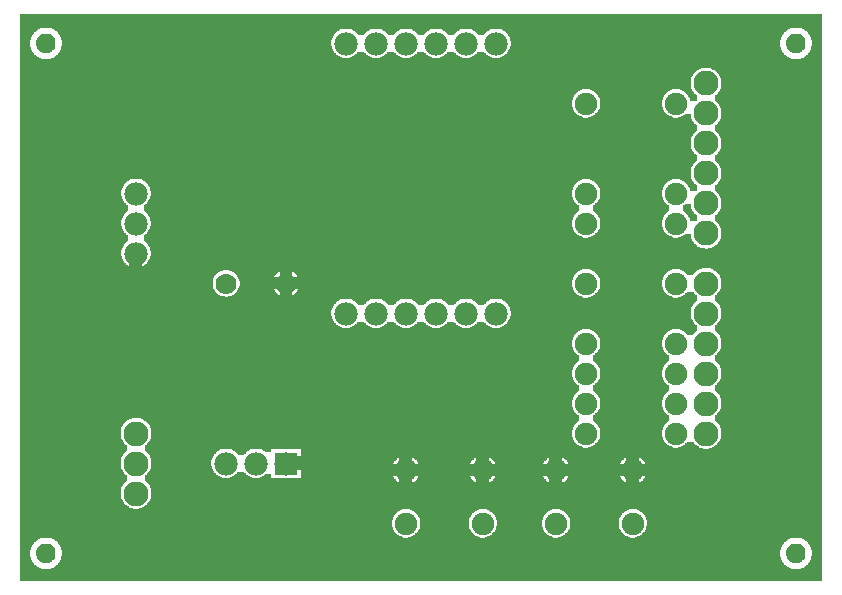
<source format=gtl>
G04 MADE WITH FRITZING*
G04 WWW.FRITZING.ORG*
G04 DOUBLE SIDED*
G04 HOLES PLATED*
G04 CONTOUR ON CENTER OF CONTOUR VECTOR*
%ASAXBY*%
%FSLAX23Y23*%
%MOIN*%
%OFA0B0*%
%SFA1.0B1.0*%
%ADD10C,0.075000*%
%ADD11C,0.078000*%
%ADD12C,0.070000*%
%ADD13C,0.083307*%
%ADD14R,0.078000X0.078000*%
%ADD15C,0.000100*%
%LNCOPPER1*%
G90*
G70*
G54D10*
X1738Y1835D03*
X1927Y1632D03*
X2227Y1632D03*
X1927Y1332D03*
X2227Y1332D03*
X1927Y1232D03*
X2227Y1232D03*
X1927Y1032D03*
X2227Y1032D03*
X1927Y832D03*
X2227Y832D03*
X1927Y732D03*
X2227Y732D03*
X1927Y632D03*
X2227Y632D03*
X1927Y532D03*
X2227Y532D03*
G54D11*
X1627Y1832D03*
X1527Y1832D03*
X1427Y1832D03*
X1327Y1832D03*
X1227Y1832D03*
X1127Y1832D03*
X1127Y932D03*
X1227Y932D03*
X1327Y932D03*
X1427Y932D03*
X1527Y932D03*
X1627Y932D03*
G54D10*
X2083Y232D03*
X1827Y232D03*
X2083Y409D03*
X1827Y409D03*
X1583Y232D03*
X1327Y232D03*
X1583Y409D03*
X1327Y409D03*
G54D11*
X927Y432D03*
X827Y432D03*
X727Y432D03*
G54D12*
X727Y1032D03*
X927Y1032D03*
G54D13*
X427Y532D03*
X427Y432D03*
X427Y332D03*
X427Y532D03*
X427Y432D03*
X427Y332D03*
G54D11*
X427Y1332D03*
X427Y1232D03*
X427Y1132D03*
X427Y1332D03*
X427Y1232D03*
X427Y1132D03*
G54D13*
X2327Y1032D03*
X2327Y932D03*
X2327Y832D03*
X2327Y732D03*
X2327Y632D03*
X2327Y532D03*
X2327Y1032D03*
X2327Y932D03*
X2327Y832D03*
X2327Y732D03*
X2327Y632D03*
X2327Y532D03*
X2327Y1699D03*
X2327Y1599D03*
X2327Y1499D03*
X2327Y1399D03*
X2327Y1299D03*
X2327Y1199D03*
X2327Y1699D03*
X2327Y1599D03*
X2327Y1499D03*
X2327Y1399D03*
X2327Y1299D03*
X2327Y1199D03*
G54D14*
X927Y432D03*
G54D15*
G36*
X40Y1929D02*
X40Y1885D01*
X2640Y1885D01*
X2640Y1883D01*
X2646Y1883D01*
X2646Y1881D01*
X2650Y1881D01*
X2650Y1879D01*
X2654Y1879D01*
X2654Y1877D01*
X2658Y1877D01*
X2658Y1875D01*
X2660Y1875D01*
X2660Y1873D01*
X2662Y1873D01*
X2662Y1871D01*
X2664Y1871D01*
X2664Y1869D01*
X2666Y1869D01*
X2666Y1867D01*
X2668Y1867D01*
X2668Y1865D01*
X2670Y1865D01*
X2670Y1861D01*
X2672Y1861D01*
X2672Y1859D01*
X2674Y1859D01*
X2674Y1855D01*
X2676Y1855D01*
X2676Y1849D01*
X2678Y1849D01*
X2678Y1843D01*
X2680Y1843D01*
X2680Y1823D01*
X2678Y1823D01*
X2678Y1815D01*
X2676Y1815D01*
X2676Y1811D01*
X2674Y1811D01*
X2674Y1807D01*
X2672Y1807D01*
X2672Y1803D01*
X2670Y1803D01*
X2670Y1801D01*
X2668Y1801D01*
X2668Y1799D01*
X2666Y1799D01*
X2666Y1795D01*
X2664Y1795D01*
X2664Y1793D01*
X2660Y1793D01*
X2660Y1791D01*
X2658Y1791D01*
X2658Y1789D01*
X2656Y1789D01*
X2656Y1787D01*
X2652Y1787D01*
X2652Y1785D01*
X2648Y1785D01*
X2648Y1783D01*
X2642Y1783D01*
X2642Y1781D01*
X2634Y1781D01*
X2634Y1779D01*
X2714Y1779D01*
X2714Y1929D01*
X40Y1929D01*
G37*
D02*
G36*
X40Y1885D02*
X40Y1779D01*
X120Y1779D01*
X120Y1781D01*
X110Y1781D01*
X110Y1783D01*
X106Y1783D01*
X106Y1785D01*
X102Y1785D01*
X102Y1787D01*
X98Y1787D01*
X98Y1789D01*
X96Y1789D01*
X96Y1791D01*
X92Y1791D01*
X92Y1793D01*
X90Y1793D01*
X90Y1795D01*
X88Y1795D01*
X88Y1797D01*
X86Y1797D01*
X86Y1799D01*
X84Y1799D01*
X84Y1803D01*
X82Y1803D01*
X82Y1805D01*
X80Y1805D01*
X80Y1809D01*
X78Y1809D01*
X78Y1815D01*
X76Y1815D01*
X76Y1821D01*
X74Y1821D01*
X74Y1845D01*
X76Y1845D01*
X76Y1851D01*
X78Y1851D01*
X78Y1855D01*
X80Y1855D01*
X80Y1859D01*
X82Y1859D01*
X82Y1863D01*
X84Y1863D01*
X84Y1865D01*
X86Y1865D01*
X86Y1867D01*
X88Y1867D01*
X88Y1871D01*
X92Y1871D01*
X92Y1873D01*
X94Y1873D01*
X94Y1875D01*
X96Y1875D01*
X96Y1877D01*
X100Y1877D01*
X100Y1879D01*
X104Y1879D01*
X104Y1881D01*
X108Y1881D01*
X108Y1883D01*
X114Y1883D01*
X114Y1885D01*
X40Y1885D01*
G37*
D02*
G36*
X140Y1885D02*
X140Y1883D01*
X146Y1883D01*
X146Y1881D01*
X1638Y1881D01*
X1638Y1879D01*
X1646Y1879D01*
X1646Y1877D01*
X1650Y1877D01*
X1650Y1875D01*
X1652Y1875D01*
X1652Y1873D01*
X1656Y1873D01*
X1656Y1871D01*
X1658Y1871D01*
X1658Y1869D01*
X1660Y1869D01*
X1660Y1867D01*
X1662Y1867D01*
X1662Y1865D01*
X1664Y1865D01*
X1664Y1863D01*
X1666Y1863D01*
X1666Y1861D01*
X1668Y1861D01*
X1668Y1857D01*
X1670Y1857D01*
X1670Y1853D01*
X1672Y1853D01*
X1672Y1847D01*
X1674Y1847D01*
X1674Y1841D01*
X1676Y1841D01*
X1676Y1825D01*
X1674Y1825D01*
X1674Y1817D01*
X1672Y1817D01*
X1672Y1813D01*
X1670Y1813D01*
X1670Y1809D01*
X1668Y1809D01*
X1668Y1805D01*
X1666Y1805D01*
X1666Y1803D01*
X1664Y1803D01*
X1664Y1801D01*
X1662Y1801D01*
X1662Y1797D01*
X1658Y1797D01*
X1658Y1795D01*
X1656Y1795D01*
X1656Y1793D01*
X1654Y1793D01*
X1654Y1791D01*
X1650Y1791D01*
X1650Y1789D01*
X1646Y1789D01*
X1646Y1787D01*
X1640Y1787D01*
X1640Y1785D01*
X1632Y1785D01*
X1632Y1783D01*
X2606Y1783D01*
X2606Y1785D01*
X2602Y1785D01*
X2602Y1787D01*
X2598Y1787D01*
X2598Y1789D01*
X2596Y1789D01*
X2596Y1791D01*
X2592Y1791D01*
X2592Y1793D01*
X2590Y1793D01*
X2590Y1795D01*
X2588Y1795D01*
X2588Y1797D01*
X2586Y1797D01*
X2586Y1799D01*
X2584Y1799D01*
X2584Y1803D01*
X2582Y1803D01*
X2582Y1805D01*
X2580Y1805D01*
X2580Y1809D01*
X2578Y1809D01*
X2578Y1815D01*
X2576Y1815D01*
X2576Y1821D01*
X2574Y1821D01*
X2574Y1845D01*
X2576Y1845D01*
X2576Y1851D01*
X2578Y1851D01*
X2578Y1855D01*
X2580Y1855D01*
X2580Y1859D01*
X2582Y1859D01*
X2582Y1863D01*
X2584Y1863D01*
X2584Y1865D01*
X2586Y1865D01*
X2586Y1867D01*
X2588Y1867D01*
X2588Y1871D01*
X2592Y1871D01*
X2592Y1873D01*
X2594Y1873D01*
X2594Y1875D01*
X2596Y1875D01*
X2596Y1877D01*
X2600Y1877D01*
X2600Y1879D01*
X2604Y1879D01*
X2604Y1881D01*
X2608Y1881D01*
X2608Y1883D01*
X2614Y1883D01*
X2614Y1885D01*
X140Y1885D01*
G37*
D02*
G36*
X150Y1881D02*
X150Y1879D01*
X154Y1879D01*
X154Y1877D01*
X158Y1877D01*
X158Y1875D01*
X160Y1875D01*
X160Y1873D01*
X162Y1873D01*
X162Y1871D01*
X164Y1871D01*
X164Y1869D01*
X166Y1869D01*
X166Y1867D01*
X168Y1867D01*
X168Y1865D01*
X170Y1865D01*
X170Y1861D01*
X172Y1861D01*
X172Y1859D01*
X174Y1859D01*
X174Y1855D01*
X176Y1855D01*
X176Y1849D01*
X178Y1849D01*
X178Y1843D01*
X180Y1843D01*
X180Y1823D01*
X178Y1823D01*
X178Y1815D01*
X176Y1815D01*
X176Y1811D01*
X174Y1811D01*
X174Y1807D01*
X172Y1807D01*
X172Y1803D01*
X170Y1803D01*
X170Y1801D01*
X168Y1801D01*
X168Y1799D01*
X166Y1799D01*
X166Y1795D01*
X164Y1795D01*
X164Y1793D01*
X160Y1793D01*
X160Y1791D01*
X158Y1791D01*
X158Y1789D01*
X156Y1789D01*
X156Y1787D01*
X152Y1787D01*
X152Y1785D01*
X148Y1785D01*
X148Y1783D01*
X1122Y1783D01*
X1122Y1785D01*
X1112Y1785D01*
X1112Y1787D01*
X1106Y1787D01*
X1106Y1789D01*
X1104Y1789D01*
X1104Y1791D01*
X1100Y1791D01*
X1100Y1793D01*
X1098Y1793D01*
X1098Y1795D01*
X1094Y1795D01*
X1094Y1797D01*
X1092Y1797D01*
X1092Y1799D01*
X1090Y1799D01*
X1090Y1801D01*
X1088Y1801D01*
X1088Y1805D01*
X1086Y1805D01*
X1086Y1807D01*
X1084Y1807D01*
X1084Y1811D01*
X1082Y1811D01*
X1082Y1815D01*
X1080Y1815D01*
X1080Y1823D01*
X1078Y1823D01*
X1078Y1843D01*
X1080Y1843D01*
X1080Y1849D01*
X1082Y1849D01*
X1082Y1855D01*
X1084Y1855D01*
X1084Y1857D01*
X1086Y1857D01*
X1086Y1861D01*
X1088Y1861D01*
X1088Y1863D01*
X1090Y1863D01*
X1090Y1867D01*
X1092Y1867D01*
X1092Y1869D01*
X1096Y1869D01*
X1096Y1871D01*
X1098Y1871D01*
X1098Y1873D01*
X1100Y1873D01*
X1100Y1875D01*
X1104Y1875D01*
X1104Y1877D01*
X1108Y1877D01*
X1108Y1879D01*
X1114Y1879D01*
X1114Y1881D01*
X150Y1881D01*
G37*
D02*
G36*
X1138Y1881D02*
X1138Y1879D01*
X1146Y1879D01*
X1146Y1877D01*
X1150Y1877D01*
X1150Y1875D01*
X1152Y1875D01*
X1152Y1873D01*
X1156Y1873D01*
X1156Y1871D01*
X1158Y1871D01*
X1158Y1869D01*
X1160Y1869D01*
X1160Y1867D01*
X1162Y1867D01*
X1162Y1865D01*
X1164Y1865D01*
X1164Y1863D01*
X1166Y1863D01*
X1166Y1861D01*
X1188Y1861D01*
X1188Y1863D01*
X1190Y1863D01*
X1190Y1867D01*
X1192Y1867D01*
X1192Y1869D01*
X1196Y1869D01*
X1196Y1871D01*
X1198Y1871D01*
X1198Y1873D01*
X1200Y1873D01*
X1200Y1875D01*
X1204Y1875D01*
X1204Y1877D01*
X1208Y1877D01*
X1208Y1879D01*
X1214Y1879D01*
X1214Y1881D01*
X1138Y1881D01*
G37*
D02*
G36*
X1238Y1881D02*
X1238Y1879D01*
X1246Y1879D01*
X1246Y1877D01*
X1250Y1877D01*
X1250Y1875D01*
X1252Y1875D01*
X1252Y1873D01*
X1256Y1873D01*
X1256Y1871D01*
X1258Y1871D01*
X1258Y1869D01*
X1260Y1869D01*
X1260Y1867D01*
X1262Y1867D01*
X1262Y1865D01*
X1264Y1865D01*
X1264Y1863D01*
X1266Y1863D01*
X1266Y1861D01*
X1288Y1861D01*
X1288Y1863D01*
X1290Y1863D01*
X1290Y1867D01*
X1292Y1867D01*
X1292Y1869D01*
X1296Y1869D01*
X1296Y1871D01*
X1298Y1871D01*
X1298Y1873D01*
X1300Y1873D01*
X1300Y1875D01*
X1304Y1875D01*
X1304Y1877D01*
X1308Y1877D01*
X1308Y1879D01*
X1314Y1879D01*
X1314Y1881D01*
X1238Y1881D01*
G37*
D02*
G36*
X1338Y1881D02*
X1338Y1879D01*
X1346Y1879D01*
X1346Y1877D01*
X1350Y1877D01*
X1350Y1875D01*
X1352Y1875D01*
X1352Y1873D01*
X1356Y1873D01*
X1356Y1871D01*
X1358Y1871D01*
X1358Y1869D01*
X1360Y1869D01*
X1360Y1867D01*
X1362Y1867D01*
X1362Y1865D01*
X1364Y1865D01*
X1364Y1863D01*
X1366Y1863D01*
X1366Y1861D01*
X1388Y1861D01*
X1388Y1863D01*
X1390Y1863D01*
X1390Y1867D01*
X1392Y1867D01*
X1392Y1869D01*
X1396Y1869D01*
X1396Y1871D01*
X1398Y1871D01*
X1398Y1873D01*
X1400Y1873D01*
X1400Y1875D01*
X1404Y1875D01*
X1404Y1877D01*
X1408Y1877D01*
X1408Y1879D01*
X1414Y1879D01*
X1414Y1881D01*
X1338Y1881D01*
G37*
D02*
G36*
X1438Y1881D02*
X1438Y1879D01*
X1446Y1879D01*
X1446Y1877D01*
X1450Y1877D01*
X1450Y1875D01*
X1452Y1875D01*
X1452Y1873D01*
X1456Y1873D01*
X1456Y1871D01*
X1458Y1871D01*
X1458Y1869D01*
X1460Y1869D01*
X1460Y1867D01*
X1462Y1867D01*
X1462Y1865D01*
X1464Y1865D01*
X1464Y1863D01*
X1466Y1863D01*
X1466Y1861D01*
X1488Y1861D01*
X1488Y1863D01*
X1490Y1863D01*
X1490Y1867D01*
X1492Y1867D01*
X1492Y1869D01*
X1496Y1869D01*
X1496Y1871D01*
X1498Y1871D01*
X1498Y1873D01*
X1500Y1873D01*
X1500Y1875D01*
X1504Y1875D01*
X1504Y1877D01*
X1508Y1877D01*
X1508Y1879D01*
X1514Y1879D01*
X1514Y1881D01*
X1438Y1881D01*
G37*
D02*
G36*
X1538Y1881D02*
X1538Y1879D01*
X1546Y1879D01*
X1546Y1877D01*
X1550Y1877D01*
X1550Y1875D01*
X1552Y1875D01*
X1552Y1873D01*
X1556Y1873D01*
X1556Y1871D01*
X1558Y1871D01*
X1558Y1869D01*
X1560Y1869D01*
X1560Y1867D01*
X1562Y1867D01*
X1562Y1865D01*
X1564Y1865D01*
X1564Y1863D01*
X1566Y1863D01*
X1566Y1861D01*
X1588Y1861D01*
X1588Y1863D01*
X1590Y1863D01*
X1590Y1867D01*
X1592Y1867D01*
X1592Y1869D01*
X1596Y1869D01*
X1596Y1871D01*
X1598Y1871D01*
X1598Y1873D01*
X1600Y1873D01*
X1600Y1875D01*
X1604Y1875D01*
X1604Y1877D01*
X1608Y1877D01*
X1608Y1879D01*
X1614Y1879D01*
X1614Y1881D01*
X1538Y1881D01*
G37*
D02*
G36*
X1166Y1805D02*
X1166Y1803D01*
X1164Y1803D01*
X1164Y1801D01*
X1162Y1801D01*
X1162Y1797D01*
X1158Y1797D01*
X1158Y1795D01*
X1156Y1795D01*
X1156Y1793D01*
X1154Y1793D01*
X1154Y1791D01*
X1150Y1791D01*
X1150Y1789D01*
X1146Y1789D01*
X1146Y1787D01*
X1140Y1787D01*
X1140Y1785D01*
X1132Y1785D01*
X1132Y1783D01*
X1222Y1783D01*
X1222Y1785D01*
X1212Y1785D01*
X1212Y1787D01*
X1206Y1787D01*
X1206Y1789D01*
X1204Y1789D01*
X1204Y1791D01*
X1200Y1791D01*
X1200Y1793D01*
X1198Y1793D01*
X1198Y1795D01*
X1194Y1795D01*
X1194Y1797D01*
X1192Y1797D01*
X1192Y1799D01*
X1190Y1799D01*
X1190Y1801D01*
X1188Y1801D01*
X1188Y1805D01*
X1166Y1805D01*
G37*
D02*
G36*
X1266Y1805D02*
X1266Y1803D01*
X1264Y1803D01*
X1264Y1801D01*
X1262Y1801D01*
X1262Y1797D01*
X1258Y1797D01*
X1258Y1795D01*
X1256Y1795D01*
X1256Y1793D01*
X1254Y1793D01*
X1254Y1791D01*
X1250Y1791D01*
X1250Y1789D01*
X1246Y1789D01*
X1246Y1787D01*
X1240Y1787D01*
X1240Y1785D01*
X1232Y1785D01*
X1232Y1783D01*
X1322Y1783D01*
X1322Y1785D01*
X1312Y1785D01*
X1312Y1787D01*
X1306Y1787D01*
X1306Y1789D01*
X1304Y1789D01*
X1304Y1791D01*
X1300Y1791D01*
X1300Y1793D01*
X1298Y1793D01*
X1298Y1795D01*
X1294Y1795D01*
X1294Y1797D01*
X1292Y1797D01*
X1292Y1799D01*
X1290Y1799D01*
X1290Y1801D01*
X1288Y1801D01*
X1288Y1805D01*
X1266Y1805D01*
G37*
D02*
G36*
X1366Y1805D02*
X1366Y1803D01*
X1364Y1803D01*
X1364Y1801D01*
X1362Y1801D01*
X1362Y1797D01*
X1358Y1797D01*
X1358Y1795D01*
X1356Y1795D01*
X1356Y1793D01*
X1354Y1793D01*
X1354Y1791D01*
X1350Y1791D01*
X1350Y1789D01*
X1346Y1789D01*
X1346Y1787D01*
X1340Y1787D01*
X1340Y1785D01*
X1332Y1785D01*
X1332Y1783D01*
X1422Y1783D01*
X1422Y1785D01*
X1412Y1785D01*
X1412Y1787D01*
X1406Y1787D01*
X1406Y1789D01*
X1404Y1789D01*
X1404Y1791D01*
X1400Y1791D01*
X1400Y1793D01*
X1398Y1793D01*
X1398Y1795D01*
X1394Y1795D01*
X1394Y1797D01*
X1392Y1797D01*
X1392Y1799D01*
X1390Y1799D01*
X1390Y1801D01*
X1388Y1801D01*
X1388Y1805D01*
X1366Y1805D01*
G37*
D02*
G36*
X1466Y1805D02*
X1466Y1803D01*
X1464Y1803D01*
X1464Y1801D01*
X1462Y1801D01*
X1462Y1797D01*
X1458Y1797D01*
X1458Y1795D01*
X1456Y1795D01*
X1456Y1793D01*
X1454Y1793D01*
X1454Y1791D01*
X1450Y1791D01*
X1450Y1789D01*
X1446Y1789D01*
X1446Y1787D01*
X1440Y1787D01*
X1440Y1785D01*
X1432Y1785D01*
X1432Y1783D01*
X1522Y1783D01*
X1522Y1785D01*
X1512Y1785D01*
X1512Y1787D01*
X1506Y1787D01*
X1506Y1789D01*
X1504Y1789D01*
X1504Y1791D01*
X1500Y1791D01*
X1500Y1793D01*
X1498Y1793D01*
X1498Y1795D01*
X1494Y1795D01*
X1494Y1797D01*
X1492Y1797D01*
X1492Y1799D01*
X1490Y1799D01*
X1490Y1801D01*
X1488Y1801D01*
X1488Y1805D01*
X1466Y1805D01*
G37*
D02*
G36*
X1566Y1805D02*
X1566Y1803D01*
X1564Y1803D01*
X1564Y1801D01*
X1562Y1801D01*
X1562Y1797D01*
X1558Y1797D01*
X1558Y1795D01*
X1556Y1795D01*
X1556Y1793D01*
X1554Y1793D01*
X1554Y1791D01*
X1550Y1791D01*
X1550Y1789D01*
X1546Y1789D01*
X1546Y1787D01*
X1540Y1787D01*
X1540Y1785D01*
X1532Y1785D01*
X1532Y1783D01*
X1622Y1783D01*
X1622Y1785D01*
X1612Y1785D01*
X1612Y1787D01*
X1606Y1787D01*
X1606Y1789D01*
X1604Y1789D01*
X1604Y1791D01*
X1600Y1791D01*
X1600Y1793D01*
X1598Y1793D01*
X1598Y1795D01*
X1594Y1795D01*
X1594Y1797D01*
X1592Y1797D01*
X1592Y1799D01*
X1590Y1799D01*
X1590Y1801D01*
X1588Y1801D01*
X1588Y1805D01*
X1566Y1805D01*
G37*
D02*
G36*
X142Y1783D02*
X142Y1781D01*
X2610Y1781D01*
X2610Y1783D01*
X142Y1783D01*
G37*
D02*
G36*
X142Y1783D02*
X142Y1781D01*
X2610Y1781D01*
X2610Y1783D01*
X142Y1783D01*
G37*
D02*
G36*
X142Y1783D02*
X142Y1781D01*
X2610Y1781D01*
X2610Y1783D01*
X142Y1783D01*
G37*
D02*
G36*
X142Y1783D02*
X142Y1781D01*
X2610Y1781D01*
X2610Y1783D01*
X142Y1783D01*
G37*
D02*
G36*
X142Y1783D02*
X142Y1781D01*
X2610Y1781D01*
X2610Y1783D01*
X142Y1783D01*
G37*
D02*
G36*
X142Y1783D02*
X142Y1781D01*
X2610Y1781D01*
X2610Y1783D01*
X142Y1783D01*
G37*
D02*
G36*
X142Y1783D02*
X142Y1781D01*
X2610Y1781D01*
X2610Y1783D01*
X142Y1783D01*
G37*
D02*
G36*
X134Y1781D02*
X134Y1779D01*
X2620Y1779D01*
X2620Y1781D01*
X134Y1781D01*
G37*
D02*
G36*
X40Y1779D02*
X40Y1777D01*
X2714Y1777D01*
X2714Y1779D01*
X40Y1779D01*
G37*
D02*
G36*
X40Y1779D02*
X40Y1777D01*
X2714Y1777D01*
X2714Y1779D01*
X40Y1779D01*
G37*
D02*
G36*
X40Y1779D02*
X40Y1777D01*
X2714Y1777D01*
X2714Y1779D01*
X40Y1779D01*
G37*
D02*
G36*
X40Y1777D02*
X40Y1751D01*
X2336Y1751D01*
X2336Y1749D01*
X2344Y1749D01*
X2344Y1747D01*
X2348Y1747D01*
X2348Y1745D01*
X2352Y1745D01*
X2352Y1743D01*
X2356Y1743D01*
X2356Y1741D01*
X2358Y1741D01*
X2358Y1739D01*
X2360Y1739D01*
X2360Y1737D01*
X2362Y1737D01*
X2362Y1735D01*
X2364Y1735D01*
X2364Y1733D01*
X2366Y1733D01*
X2366Y1731D01*
X2368Y1731D01*
X2368Y1729D01*
X2370Y1729D01*
X2370Y1725D01*
X2372Y1725D01*
X2372Y1721D01*
X2374Y1721D01*
X2374Y1717D01*
X2376Y1717D01*
X2376Y1711D01*
X2378Y1711D01*
X2378Y1689D01*
X2376Y1689D01*
X2376Y1681D01*
X2374Y1681D01*
X2374Y1677D01*
X2372Y1677D01*
X2372Y1673D01*
X2370Y1673D01*
X2370Y1669D01*
X2368Y1669D01*
X2368Y1667D01*
X2366Y1667D01*
X2366Y1665D01*
X2364Y1665D01*
X2364Y1663D01*
X2362Y1663D01*
X2362Y1661D01*
X2360Y1661D01*
X2360Y1659D01*
X2358Y1659D01*
X2358Y1639D01*
X2360Y1639D01*
X2360Y1637D01*
X2362Y1637D01*
X2362Y1635D01*
X2364Y1635D01*
X2364Y1633D01*
X2366Y1633D01*
X2366Y1631D01*
X2368Y1631D01*
X2368Y1629D01*
X2370Y1629D01*
X2370Y1625D01*
X2372Y1625D01*
X2372Y1621D01*
X2374Y1621D01*
X2374Y1617D01*
X2376Y1617D01*
X2376Y1611D01*
X2378Y1611D01*
X2378Y1589D01*
X2376Y1589D01*
X2376Y1581D01*
X2374Y1581D01*
X2374Y1577D01*
X2372Y1577D01*
X2372Y1573D01*
X2370Y1573D01*
X2370Y1569D01*
X2368Y1569D01*
X2368Y1567D01*
X2366Y1567D01*
X2366Y1565D01*
X2364Y1565D01*
X2364Y1563D01*
X2362Y1563D01*
X2362Y1561D01*
X2360Y1561D01*
X2360Y1559D01*
X2358Y1559D01*
X2358Y1539D01*
X2360Y1539D01*
X2360Y1537D01*
X2362Y1537D01*
X2362Y1535D01*
X2364Y1535D01*
X2364Y1533D01*
X2366Y1533D01*
X2366Y1531D01*
X2368Y1531D01*
X2368Y1529D01*
X2370Y1529D01*
X2370Y1525D01*
X2372Y1525D01*
X2372Y1521D01*
X2374Y1521D01*
X2374Y1517D01*
X2376Y1517D01*
X2376Y1511D01*
X2378Y1511D01*
X2378Y1489D01*
X2376Y1489D01*
X2376Y1481D01*
X2374Y1481D01*
X2374Y1477D01*
X2372Y1477D01*
X2372Y1473D01*
X2370Y1473D01*
X2370Y1469D01*
X2368Y1469D01*
X2368Y1467D01*
X2366Y1467D01*
X2366Y1465D01*
X2364Y1465D01*
X2364Y1463D01*
X2362Y1463D01*
X2362Y1461D01*
X2360Y1461D01*
X2360Y1459D01*
X2358Y1459D01*
X2358Y1439D01*
X2360Y1439D01*
X2360Y1437D01*
X2362Y1437D01*
X2362Y1435D01*
X2364Y1435D01*
X2364Y1433D01*
X2366Y1433D01*
X2366Y1431D01*
X2368Y1431D01*
X2368Y1429D01*
X2370Y1429D01*
X2370Y1425D01*
X2372Y1425D01*
X2372Y1421D01*
X2374Y1421D01*
X2374Y1417D01*
X2376Y1417D01*
X2376Y1411D01*
X2378Y1411D01*
X2378Y1389D01*
X2376Y1389D01*
X2376Y1381D01*
X2374Y1381D01*
X2374Y1377D01*
X2372Y1377D01*
X2372Y1373D01*
X2370Y1373D01*
X2370Y1369D01*
X2368Y1369D01*
X2368Y1367D01*
X2366Y1367D01*
X2366Y1365D01*
X2364Y1365D01*
X2364Y1363D01*
X2362Y1363D01*
X2362Y1361D01*
X2360Y1361D01*
X2360Y1359D01*
X2358Y1359D01*
X2358Y1339D01*
X2360Y1339D01*
X2360Y1337D01*
X2362Y1337D01*
X2362Y1335D01*
X2364Y1335D01*
X2364Y1333D01*
X2366Y1333D01*
X2366Y1331D01*
X2368Y1331D01*
X2368Y1329D01*
X2370Y1329D01*
X2370Y1325D01*
X2372Y1325D01*
X2372Y1321D01*
X2374Y1321D01*
X2374Y1317D01*
X2376Y1317D01*
X2376Y1311D01*
X2378Y1311D01*
X2378Y1289D01*
X2376Y1289D01*
X2376Y1281D01*
X2374Y1281D01*
X2374Y1277D01*
X2372Y1277D01*
X2372Y1273D01*
X2370Y1273D01*
X2370Y1269D01*
X2368Y1269D01*
X2368Y1267D01*
X2366Y1267D01*
X2366Y1265D01*
X2364Y1265D01*
X2364Y1263D01*
X2362Y1263D01*
X2362Y1261D01*
X2360Y1261D01*
X2360Y1259D01*
X2358Y1259D01*
X2358Y1239D01*
X2360Y1239D01*
X2360Y1237D01*
X2362Y1237D01*
X2362Y1235D01*
X2364Y1235D01*
X2364Y1233D01*
X2366Y1233D01*
X2366Y1231D01*
X2368Y1231D01*
X2368Y1229D01*
X2370Y1229D01*
X2370Y1225D01*
X2372Y1225D01*
X2372Y1221D01*
X2374Y1221D01*
X2374Y1217D01*
X2376Y1217D01*
X2376Y1211D01*
X2378Y1211D01*
X2378Y1189D01*
X2376Y1189D01*
X2376Y1181D01*
X2374Y1181D01*
X2374Y1177D01*
X2372Y1177D01*
X2372Y1173D01*
X2370Y1173D01*
X2370Y1169D01*
X2368Y1169D01*
X2368Y1167D01*
X2366Y1167D01*
X2366Y1165D01*
X2364Y1165D01*
X2364Y1163D01*
X2362Y1163D01*
X2362Y1161D01*
X2360Y1161D01*
X2360Y1159D01*
X2358Y1159D01*
X2358Y1157D01*
X2354Y1157D01*
X2354Y1155D01*
X2350Y1155D01*
X2350Y1153D01*
X2348Y1153D01*
X2348Y1151D01*
X2342Y1151D01*
X2342Y1149D01*
X2332Y1149D01*
X2332Y1147D01*
X2714Y1147D01*
X2714Y1777D01*
X40Y1777D01*
G37*
D02*
G36*
X40Y1751D02*
X40Y1681D01*
X2230Y1681D01*
X2230Y1679D01*
X2240Y1679D01*
X2240Y1677D01*
X2246Y1677D01*
X2246Y1675D01*
X2250Y1675D01*
X2250Y1673D01*
X2254Y1673D01*
X2254Y1671D01*
X2256Y1671D01*
X2256Y1669D01*
X2258Y1669D01*
X2258Y1667D01*
X2260Y1667D01*
X2260Y1665D01*
X2262Y1665D01*
X2262Y1663D01*
X2264Y1663D01*
X2264Y1661D01*
X2266Y1661D01*
X2266Y1657D01*
X2268Y1657D01*
X2268Y1653D01*
X2270Y1653D01*
X2270Y1649D01*
X2272Y1649D01*
X2272Y1643D01*
X2274Y1643D01*
X2274Y1639D01*
X2296Y1639D01*
X2296Y1659D01*
X2294Y1659D01*
X2294Y1661D01*
X2292Y1661D01*
X2292Y1663D01*
X2290Y1663D01*
X2290Y1665D01*
X2288Y1665D01*
X2288Y1667D01*
X2286Y1667D01*
X2286Y1669D01*
X2284Y1669D01*
X2284Y1673D01*
X2282Y1673D01*
X2282Y1675D01*
X2280Y1675D01*
X2280Y1679D01*
X2278Y1679D01*
X2278Y1685D01*
X2276Y1685D01*
X2276Y1713D01*
X2278Y1713D01*
X2278Y1719D01*
X2280Y1719D01*
X2280Y1723D01*
X2282Y1723D01*
X2282Y1727D01*
X2284Y1727D01*
X2284Y1729D01*
X2286Y1729D01*
X2286Y1731D01*
X2288Y1731D01*
X2288Y1735D01*
X2290Y1735D01*
X2290Y1737D01*
X2292Y1737D01*
X2292Y1739D01*
X2296Y1739D01*
X2296Y1741D01*
X2298Y1741D01*
X2298Y1743D01*
X2302Y1743D01*
X2302Y1745D01*
X2304Y1745D01*
X2304Y1747D01*
X2310Y1747D01*
X2310Y1749D01*
X2318Y1749D01*
X2318Y1751D01*
X40Y1751D01*
G37*
D02*
G36*
X40Y1681D02*
X40Y1585D01*
X1918Y1585D01*
X1918Y1587D01*
X1912Y1587D01*
X1912Y1589D01*
X1906Y1589D01*
X1906Y1591D01*
X1902Y1591D01*
X1902Y1593D01*
X1900Y1593D01*
X1900Y1595D01*
X1896Y1595D01*
X1896Y1597D01*
X1894Y1597D01*
X1894Y1599D01*
X1892Y1599D01*
X1892Y1601D01*
X1890Y1601D01*
X1890Y1605D01*
X1888Y1605D01*
X1888Y1607D01*
X1886Y1607D01*
X1886Y1611D01*
X1884Y1611D01*
X1884Y1615D01*
X1882Y1615D01*
X1882Y1621D01*
X1880Y1621D01*
X1880Y1645D01*
X1882Y1645D01*
X1882Y1651D01*
X1884Y1651D01*
X1884Y1655D01*
X1886Y1655D01*
X1886Y1659D01*
X1888Y1659D01*
X1888Y1661D01*
X1890Y1661D01*
X1890Y1663D01*
X1892Y1663D01*
X1892Y1667D01*
X1896Y1667D01*
X1896Y1669D01*
X1898Y1669D01*
X1898Y1671D01*
X1900Y1671D01*
X1900Y1673D01*
X1904Y1673D01*
X1904Y1675D01*
X1908Y1675D01*
X1908Y1677D01*
X1914Y1677D01*
X1914Y1679D01*
X1924Y1679D01*
X1924Y1681D01*
X40Y1681D01*
G37*
D02*
G36*
X1930Y1681D02*
X1930Y1679D01*
X1940Y1679D01*
X1940Y1677D01*
X1946Y1677D01*
X1946Y1675D01*
X1950Y1675D01*
X1950Y1673D01*
X1954Y1673D01*
X1954Y1671D01*
X1956Y1671D01*
X1956Y1669D01*
X1958Y1669D01*
X1958Y1667D01*
X1960Y1667D01*
X1960Y1665D01*
X1962Y1665D01*
X1962Y1663D01*
X1964Y1663D01*
X1964Y1661D01*
X1966Y1661D01*
X1966Y1657D01*
X1968Y1657D01*
X1968Y1653D01*
X1970Y1653D01*
X1970Y1649D01*
X1972Y1649D01*
X1972Y1643D01*
X1974Y1643D01*
X1974Y1623D01*
X1972Y1623D01*
X1972Y1615D01*
X1970Y1615D01*
X1970Y1611D01*
X1968Y1611D01*
X1968Y1607D01*
X1966Y1607D01*
X1966Y1605D01*
X1964Y1605D01*
X1964Y1603D01*
X1962Y1603D01*
X1962Y1599D01*
X1958Y1599D01*
X1958Y1597D01*
X1956Y1597D01*
X1956Y1595D01*
X1954Y1595D01*
X1954Y1593D01*
X1950Y1593D01*
X1950Y1591D01*
X1948Y1591D01*
X1948Y1589D01*
X1942Y1589D01*
X1942Y1587D01*
X1934Y1587D01*
X1934Y1585D01*
X2218Y1585D01*
X2218Y1587D01*
X2212Y1587D01*
X2212Y1589D01*
X2206Y1589D01*
X2206Y1591D01*
X2202Y1591D01*
X2202Y1593D01*
X2200Y1593D01*
X2200Y1595D01*
X2196Y1595D01*
X2196Y1597D01*
X2194Y1597D01*
X2194Y1599D01*
X2192Y1599D01*
X2192Y1601D01*
X2190Y1601D01*
X2190Y1605D01*
X2188Y1605D01*
X2188Y1607D01*
X2186Y1607D01*
X2186Y1611D01*
X2184Y1611D01*
X2184Y1615D01*
X2182Y1615D01*
X2182Y1621D01*
X2180Y1621D01*
X2180Y1645D01*
X2182Y1645D01*
X2182Y1651D01*
X2184Y1651D01*
X2184Y1655D01*
X2186Y1655D01*
X2186Y1659D01*
X2188Y1659D01*
X2188Y1661D01*
X2190Y1661D01*
X2190Y1663D01*
X2192Y1663D01*
X2192Y1667D01*
X2196Y1667D01*
X2196Y1669D01*
X2198Y1669D01*
X2198Y1671D01*
X2200Y1671D01*
X2200Y1673D01*
X2204Y1673D01*
X2204Y1675D01*
X2208Y1675D01*
X2208Y1677D01*
X2214Y1677D01*
X2214Y1679D01*
X2224Y1679D01*
X2224Y1681D01*
X1930Y1681D01*
G37*
D02*
G36*
X2256Y1597D02*
X2256Y1595D01*
X2254Y1595D01*
X2254Y1593D01*
X2250Y1593D01*
X2250Y1591D01*
X2248Y1591D01*
X2248Y1589D01*
X2242Y1589D01*
X2242Y1587D01*
X2234Y1587D01*
X2234Y1585D01*
X2276Y1585D01*
X2276Y1597D01*
X2256Y1597D01*
G37*
D02*
G36*
X40Y1585D02*
X40Y1583D01*
X2278Y1583D01*
X2278Y1585D01*
X40Y1585D01*
G37*
D02*
G36*
X40Y1585D02*
X40Y1583D01*
X2278Y1583D01*
X2278Y1585D01*
X40Y1585D01*
G37*
D02*
G36*
X40Y1585D02*
X40Y1583D01*
X2278Y1583D01*
X2278Y1585D01*
X40Y1585D01*
G37*
D02*
G36*
X40Y1583D02*
X40Y1381D01*
X2230Y1381D01*
X2230Y1379D01*
X2240Y1379D01*
X2240Y1377D01*
X2246Y1377D01*
X2246Y1375D01*
X2250Y1375D01*
X2250Y1373D01*
X2254Y1373D01*
X2254Y1371D01*
X2256Y1371D01*
X2256Y1369D01*
X2258Y1369D01*
X2258Y1367D01*
X2260Y1367D01*
X2260Y1365D01*
X2262Y1365D01*
X2262Y1363D01*
X2264Y1363D01*
X2264Y1361D01*
X2266Y1361D01*
X2266Y1357D01*
X2268Y1357D01*
X2268Y1353D01*
X2270Y1353D01*
X2270Y1349D01*
X2272Y1349D01*
X2272Y1343D01*
X2274Y1343D01*
X2274Y1339D01*
X2296Y1339D01*
X2296Y1359D01*
X2294Y1359D01*
X2294Y1361D01*
X2292Y1361D01*
X2292Y1363D01*
X2290Y1363D01*
X2290Y1365D01*
X2288Y1365D01*
X2288Y1367D01*
X2286Y1367D01*
X2286Y1369D01*
X2284Y1369D01*
X2284Y1373D01*
X2282Y1373D01*
X2282Y1375D01*
X2280Y1375D01*
X2280Y1379D01*
X2278Y1379D01*
X2278Y1385D01*
X2276Y1385D01*
X2276Y1413D01*
X2278Y1413D01*
X2278Y1419D01*
X2280Y1419D01*
X2280Y1423D01*
X2282Y1423D01*
X2282Y1427D01*
X2284Y1427D01*
X2284Y1429D01*
X2286Y1429D01*
X2286Y1431D01*
X2288Y1431D01*
X2288Y1435D01*
X2290Y1435D01*
X2290Y1437D01*
X2292Y1437D01*
X2292Y1439D01*
X2296Y1439D01*
X2296Y1459D01*
X2294Y1459D01*
X2294Y1461D01*
X2292Y1461D01*
X2292Y1463D01*
X2290Y1463D01*
X2290Y1465D01*
X2288Y1465D01*
X2288Y1467D01*
X2286Y1467D01*
X2286Y1469D01*
X2284Y1469D01*
X2284Y1473D01*
X2282Y1473D01*
X2282Y1475D01*
X2280Y1475D01*
X2280Y1479D01*
X2278Y1479D01*
X2278Y1485D01*
X2276Y1485D01*
X2276Y1513D01*
X2278Y1513D01*
X2278Y1519D01*
X2280Y1519D01*
X2280Y1523D01*
X2282Y1523D01*
X2282Y1527D01*
X2284Y1527D01*
X2284Y1529D01*
X2286Y1529D01*
X2286Y1531D01*
X2288Y1531D01*
X2288Y1535D01*
X2290Y1535D01*
X2290Y1537D01*
X2292Y1537D01*
X2292Y1539D01*
X2296Y1539D01*
X2296Y1559D01*
X2294Y1559D01*
X2294Y1561D01*
X2292Y1561D01*
X2292Y1563D01*
X2290Y1563D01*
X2290Y1565D01*
X2288Y1565D01*
X2288Y1567D01*
X2286Y1567D01*
X2286Y1569D01*
X2284Y1569D01*
X2284Y1573D01*
X2282Y1573D01*
X2282Y1575D01*
X2280Y1575D01*
X2280Y1579D01*
X2278Y1579D01*
X2278Y1583D01*
X40Y1583D01*
G37*
D02*
G36*
X40Y1381D02*
X40Y1083D01*
X422Y1083D01*
X422Y1085D01*
X412Y1085D01*
X412Y1087D01*
X406Y1087D01*
X406Y1089D01*
X404Y1089D01*
X404Y1091D01*
X400Y1091D01*
X400Y1093D01*
X396Y1093D01*
X396Y1095D01*
X394Y1095D01*
X394Y1097D01*
X392Y1097D01*
X392Y1099D01*
X390Y1099D01*
X390Y1101D01*
X388Y1101D01*
X388Y1105D01*
X386Y1105D01*
X386Y1107D01*
X384Y1107D01*
X384Y1111D01*
X382Y1111D01*
X382Y1115D01*
X380Y1115D01*
X380Y1123D01*
X378Y1123D01*
X378Y1143D01*
X380Y1143D01*
X380Y1149D01*
X382Y1149D01*
X382Y1155D01*
X384Y1155D01*
X384Y1157D01*
X386Y1157D01*
X386Y1161D01*
X388Y1161D01*
X388Y1163D01*
X390Y1163D01*
X390Y1167D01*
X392Y1167D01*
X392Y1169D01*
X396Y1169D01*
X396Y1171D01*
X398Y1171D01*
X398Y1173D01*
X400Y1173D01*
X400Y1193D01*
X396Y1193D01*
X396Y1195D01*
X394Y1195D01*
X394Y1197D01*
X392Y1197D01*
X392Y1199D01*
X390Y1199D01*
X390Y1201D01*
X388Y1201D01*
X388Y1205D01*
X386Y1205D01*
X386Y1207D01*
X384Y1207D01*
X384Y1211D01*
X382Y1211D01*
X382Y1215D01*
X380Y1215D01*
X380Y1223D01*
X378Y1223D01*
X378Y1243D01*
X380Y1243D01*
X380Y1249D01*
X382Y1249D01*
X382Y1255D01*
X384Y1255D01*
X384Y1257D01*
X386Y1257D01*
X386Y1261D01*
X388Y1261D01*
X388Y1263D01*
X390Y1263D01*
X390Y1267D01*
X392Y1267D01*
X392Y1269D01*
X396Y1269D01*
X396Y1271D01*
X398Y1271D01*
X398Y1273D01*
X400Y1273D01*
X400Y1293D01*
X396Y1293D01*
X396Y1295D01*
X394Y1295D01*
X394Y1297D01*
X392Y1297D01*
X392Y1299D01*
X390Y1299D01*
X390Y1301D01*
X388Y1301D01*
X388Y1305D01*
X386Y1305D01*
X386Y1307D01*
X384Y1307D01*
X384Y1311D01*
X382Y1311D01*
X382Y1315D01*
X380Y1315D01*
X380Y1323D01*
X378Y1323D01*
X378Y1343D01*
X380Y1343D01*
X380Y1349D01*
X382Y1349D01*
X382Y1355D01*
X384Y1355D01*
X384Y1357D01*
X386Y1357D01*
X386Y1361D01*
X388Y1361D01*
X388Y1363D01*
X390Y1363D01*
X390Y1367D01*
X392Y1367D01*
X392Y1369D01*
X396Y1369D01*
X396Y1371D01*
X398Y1371D01*
X398Y1373D01*
X400Y1373D01*
X400Y1375D01*
X404Y1375D01*
X404Y1377D01*
X408Y1377D01*
X408Y1379D01*
X414Y1379D01*
X414Y1381D01*
X40Y1381D01*
G37*
D02*
G36*
X438Y1381D02*
X438Y1379D01*
X446Y1379D01*
X446Y1377D01*
X450Y1377D01*
X450Y1375D01*
X452Y1375D01*
X452Y1373D01*
X456Y1373D01*
X456Y1371D01*
X458Y1371D01*
X458Y1369D01*
X460Y1369D01*
X460Y1367D01*
X462Y1367D01*
X462Y1365D01*
X464Y1365D01*
X464Y1363D01*
X466Y1363D01*
X466Y1361D01*
X468Y1361D01*
X468Y1357D01*
X470Y1357D01*
X470Y1353D01*
X472Y1353D01*
X472Y1347D01*
X474Y1347D01*
X474Y1341D01*
X476Y1341D01*
X476Y1325D01*
X474Y1325D01*
X474Y1317D01*
X472Y1317D01*
X472Y1313D01*
X470Y1313D01*
X470Y1309D01*
X468Y1309D01*
X468Y1305D01*
X466Y1305D01*
X466Y1303D01*
X464Y1303D01*
X464Y1301D01*
X462Y1301D01*
X462Y1297D01*
X458Y1297D01*
X458Y1295D01*
X456Y1295D01*
X456Y1293D01*
X454Y1293D01*
X454Y1273D01*
X456Y1273D01*
X456Y1271D01*
X458Y1271D01*
X458Y1269D01*
X460Y1269D01*
X460Y1267D01*
X462Y1267D01*
X462Y1265D01*
X464Y1265D01*
X464Y1263D01*
X466Y1263D01*
X466Y1261D01*
X468Y1261D01*
X468Y1257D01*
X470Y1257D01*
X470Y1253D01*
X472Y1253D01*
X472Y1247D01*
X474Y1247D01*
X474Y1241D01*
X476Y1241D01*
X476Y1225D01*
X474Y1225D01*
X474Y1217D01*
X472Y1217D01*
X472Y1213D01*
X470Y1213D01*
X470Y1209D01*
X468Y1209D01*
X468Y1205D01*
X466Y1205D01*
X466Y1203D01*
X464Y1203D01*
X464Y1201D01*
X462Y1201D01*
X462Y1197D01*
X458Y1197D01*
X458Y1195D01*
X456Y1195D01*
X456Y1193D01*
X454Y1193D01*
X454Y1185D01*
X1918Y1185D01*
X1918Y1187D01*
X1912Y1187D01*
X1912Y1189D01*
X1906Y1189D01*
X1906Y1191D01*
X1902Y1191D01*
X1902Y1193D01*
X1900Y1193D01*
X1900Y1195D01*
X1896Y1195D01*
X1896Y1197D01*
X1894Y1197D01*
X1894Y1199D01*
X1892Y1199D01*
X1892Y1201D01*
X1890Y1201D01*
X1890Y1205D01*
X1888Y1205D01*
X1888Y1207D01*
X1886Y1207D01*
X1886Y1211D01*
X1884Y1211D01*
X1884Y1215D01*
X1882Y1215D01*
X1882Y1221D01*
X1880Y1221D01*
X1880Y1245D01*
X1882Y1245D01*
X1882Y1251D01*
X1884Y1251D01*
X1884Y1255D01*
X1886Y1255D01*
X1886Y1259D01*
X1888Y1259D01*
X1888Y1261D01*
X1890Y1261D01*
X1890Y1263D01*
X1892Y1263D01*
X1892Y1267D01*
X1896Y1267D01*
X1896Y1269D01*
X1898Y1269D01*
X1898Y1271D01*
X1900Y1271D01*
X1900Y1273D01*
X1902Y1273D01*
X1902Y1293D01*
X1900Y1293D01*
X1900Y1295D01*
X1896Y1295D01*
X1896Y1297D01*
X1894Y1297D01*
X1894Y1299D01*
X1892Y1299D01*
X1892Y1301D01*
X1890Y1301D01*
X1890Y1305D01*
X1888Y1305D01*
X1888Y1307D01*
X1886Y1307D01*
X1886Y1311D01*
X1884Y1311D01*
X1884Y1315D01*
X1882Y1315D01*
X1882Y1321D01*
X1880Y1321D01*
X1880Y1345D01*
X1882Y1345D01*
X1882Y1351D01*
X1884Y1351D01*
X1884Y1355D01*
X1886Y1355D01*
X1886Y1359D01*
X1888Y1359D01*
X1888Y1361D01*
X1890Y1361D01*
X1890Y1363D01*
X1892Y1363D01*
X1892Y1367D01*
X1896Y1367D01*
X1896Y1369D01*
X1898Y1369D01*
X1898Y1371D01*
X1900Y1371D01*
X1900Y1373D01*
X1904Y1373D01*
X1904Y1375D01*
X1908Y1375D01*
X1908Y1377D01*
X1914Y1377D01*
X1914Y1379D01*
X1924Y1379D01*
X1924Y1381D01*
X438Y1381D01*
G37*
D02*
G36*
X1930Y1381D02*
X1930Y1379D01*
X1940Y1379D01*
X1940Y1377D01*
X1946Y1377D01*
X1946Y1375D01*
X1950Y1375D01*
X1950Y1373D01*
X1954Y1373D01*
X1954Y1371D01*
X1956Y1371D01*
X1956Y1369D01*
X1958Y1369D01*
X1958Y1367D01*
X1960Y1367D01*
X1960Y1365D01*
X1962Y1365D01*
X1962Y1363D01*
X1964Y1363D01*
X1964Y1361D01*
X1966Y1361D01*
X1966Y1357D01*
X1968Y1357D01*
X1968Y1353D01*
X1970Y1353D01*
X1970Y1349D01*
X1972Y1349D01*
X1972Y1343D01*
X1974Y1343D01*
X1974Y1323D01*
X1972Y1323D01*
X1972Y1315D01*
X1970Y1315D01*
X1970Y1311D01*
X1968Y1311D01*
X1968Y1307D01*
X1966Y1307D01*
X1966Y1305D01*
X1964Y1305D01*
X1964Y1303D01*
X1962Y1303D01*
X1962Y1299D01*
X1958Y1299D01*
X1958Y1297D01*
X1956Y1297D01*
X1956Y1295D01*
X1954Y1295D01*
X1954Y1293D01*
X1950Y1293D01*
X1950Y1273D01*
X1954Y1273D01*
X1954Y1271D01*
X1956Y1271D01*
X1956Y1269D01*
X1958Y1269D01*
X1958Y1267D01*
X1960Y1267D01*
X1960Y1265D01*
X1962Y1265D01*
X1962Y1263D01*
X1964Y1263D01*
X1964Y1261D01*
X1966Y1261D01*
X1966Y1257D01*
X1968Y1257D01*
X1968Y1253D01*
X1970Y1253D01*
X1970Y1249D01*
X1972Y1249D01*
X1972Y1243D01*
X1974Y1243D01*
X1974Y1223D01*
X1972Y1223D01*
X1972Y1215D01*
X1970Y1215D01*
X1970Y1211D01*
X1968Y1211D01*
X1968Y1207D01*
X1966Y1207D01*
X1966Y1205D01*
X1964Y1205D01*
X1964Y1203D01*
X1962Y1203D01*
X1962Y1199D01*
X1958Y1199D01*
X1958Y1197D01*
X1956Y1197D01*
X1956Y1195D01*
X1954Y1195D01*
X1954Y1193D01*
X1950Y1193D01*
X1950Y1191D01*
X1948Y1191D01*
X1948Y1189D01*
X1942Y1189D01*
X1942Y1187D01*
X1934Y1187D01*
X1934Y1185D01*
X2218Y1185D01*
X2218Y1187D01*
X2212Y1187D01*
X2212Y1189D01*
X2206Y1189D01*
X2206Y1191D01*
X2202Y1191D01*
X2202Y1193D01*
X2200Y1193D01*
X2200Y1195D01*
X2196Y1195D01*
X2196Y1197D01*
X2194Y1197D01*
X2194Y1199D01*
X2192Y1199D01*
X2192Y1201D01*
X2190Y1201D01*
X2190Y1205D01*
X2188Y1205D01*
X2188Y1207D01*
X2186Y1207D01*
X2186Y1211D01*
X2184Y1211D01*
X2184Y1215D01*
X2182Y1215D01*
X2182Y1221D01*
X2180Y1221D01*
X2180Y1245D01*
X2182Y1245D01*
X2182Y1251D01*
X2184Y1251D01*
X2184Y1255D01*
X2186Y1255D01*
X2186Y1259D01*
X2188Y1259D01*
X2188Y1261D01*
X2190Y1261D01*
X2190Y1263D01*
X2192Y1263D01*
X2192Y1267D01*
X2196Y1267D01*
X2196Y1269D01*
X2198Y1269D01*
X2198Y1271D01*
X2200Y1271D01*
X2200Y1273D01*
X2202Y1273D01*
X2202Y1293D01*
X2200Y1293D01*
X2200Y1295D01*
X2196Y1295D01*
X2196Y1297D01*
X2194Y1297D01*
X2194Y1299D01*
X2192Y1299D01*
X2192Y1301D01*
X2190Y1301D01*
X2190Y1305D01*
X2188Y1305D01*
X2188Y1307D01*
X2186Y1307D01*
X2186Y1311D01*
X2184Y1311D01*
X2184Y1315D01*
X2182Y1315D01*
X2182Y1321D01*
X2180Y1321D01*
X2180Y1345D01*
X2182Y1345D01*
X2182Y1351D01*
X2184Y1351D01*
X2184Y1355D01*
X2186Y1355D01*
X2186Y1359D01*
X2188Y1359D01*
X2188Y1361D01*
X2190Y1361D01*
X2190Y1363D01*
X2192Y1363D01*
X2192Y1367D01*
X2196Y1367D01*
X2196Y1369D01*
X2198Y1369D01*
X2198Y1371D01*
X2200Y1371D01*
X2200Y1373D01*
X2204Y1373D01*
X2204Y1375D01*
X2208Y1375D01*
X2208Y1377D01*
X2214Y1377D01*
X2214Y1379D01*
X2224Y1379D01*
X2224Y1381D01*
X1930Y1381D01*
G37*
D02*
G36*
X2256Y1197D02*
X2256Y1195D01*
X2254Y1195D01*
X2254Y1193D01*
X2250Y1193D01*
X2250Y1191D01*
X2248Y1191D01*
X2248Y1189D01*
X2242Y1189D01*
X2242Y1187D01*
X2234Y1187D01*
X2234Y1185D01*
X2276Y1185D01*
X2276Y1197D01*
X2256Y1197D01*
G37*
D02*
G36*
X454Y1185D02*
X454Y1183D01*
X2278Y1183D01*
X2278Y1185D01*
X454Y1185D01*
G37*
D02*
G36*
X454Y1185D02*
X454Y1183D01*
X2278Y1183D01*
X2278Y1185D01*
X454Y1185D01*
G37*
D02*
G36*
X454Y1185D02*
X454Y1183D01*
X2278Y1183D01*
X2278Y1185D01*
X454Y1185D01*
G37*
D02*
G36*
X454Y1183D02*
X454Y1173D01*
X456Y1173D01*
X456Y1171D01*
X458Y1171D01*
X458Y1169D01*
X460Y1169D01*
X460Y1167D01*
X462Y1167D01*
X462Y1165D01*
X464Y1165D01*
X464Y1163D01*
X466Y1163D01*
X466Y1161D01*
X468Y1161D01*
X468Y1157D01*
X470Y1157D01*
X470Y1153D01*
X472Y1153D01*
X472Y1147D01*
X2322Y1147D01*
X2322Y1149D01*
X2312Y1149D01*
X2312Y1151D01*
X2306Y1151D01*
X2306Y1153D01*
X2302Y1153D01*
X2302Y1155D01*
X2298Y1155D01*
X2298Y1157D01*
X2296Y1157D01*
X2296Y1159D01*
X2294Y1159D01*
X2294Y1161D01*
X2292Y1161D01*
X2292Y1163D01*
X2290Y1163D01*
X2290Y1165D01*
X2288Y1165D01*
X2288Y1167D01*
X2286Y1167D01*
X2286Y1169D01*
X2284Y1169D01*
X2284Y1173D01*
X2282Y1173D01*
X2282Y1175D01*
X2280Y1175D01*
X2280Y1179D01*
X2278Y1179D01*
X2278Y1183D01*
X454Y1183D01*
G37*
D02*
G36*
X474Y1147D02*
X474Y1145D01*
X2714Y1145D01*
X2714Y1147D01*
X474Y1147D01*
G37*
D02*
G36*
X474Y1147D02*
X474Y1145D01*
X2714Y1145D01*
X2714Y1147D01*
X474Y1147D01*
G37*
D02*
G36*
X474Y1145D02*
X474Y1141D01*
X476Y1141D01*
X476Y1125D01*
X474Y1125D01*
X474Y1117D01*
X472Y1117D01*
X472Y1113D01*
X470Y1113D01*
X470Y1109D01*
X468Y1109D01*
X468Y1105D01*
X466Y1105D01*
X466Y1103D01*
X464Y1103D01*
X464Y1101D01*
X462Y1101D01*
X462Y1097D01*
X458Y1097D01*
X458Y1095D01*
X456Y1095D01*
X456Y1093D01*
X454Y1093D01*
X454Y1091D01*
X450Y1091D01*
X450Y1089D01*
X446Y1089D01*
X446Y1087D01*
X440Y1087D01*
X440Y1085D01*
X2332Y1085D01*
X2332Y1083D01*
X2342Y1083D01*
X2342Y1081D01*
X2348Y1081D01*
X2348Y1079D01*
X2350Y1079D01*
X2350Y1077D01*
X2354Y1077D01*
X2354Y1075D01*
X2358Y1075D01*
X2358Y1073D01*
X2360Y1073D01*
X2360Y1071D01*
X2362Y1071D01*
X2362Y1069D01*
X2364Y1069D01*
X2364Y1067D01*
X2366Y1067D01*
X2366Y1065D01*
X2368Y1065D01*
X2368Y1063D01*
X2370Y1063D01*
X2370Y1059D01*
X2372Y1059D01*
X2372Y1055D01*
X2374Y1055D01*
X2374Y1051D01*
X2376Y1051D01*
X2376Y1043D01*
X2378Y1043D01*
X2378Y1021D01*
X2376Y1021D01*
X2376Y1015D01*
X2374Y1015D01*
X2374Y1011D01*
X2372Y1011D01*
X2372Y1007D01*
X2370Y1007D01*
X2370Y1003D01*
X2368Y1003D01*
X2368Y1001D01*
X2366Y1001D01*
X2366Y999D01*
X2364Y999D01*
X2364Y997D01*
X2362Y997D01*
X2362Y995D01*
X2360Y995D01*
X2360Y993D01*
X2358Y993D01*
X2358Y973D01*
X2360Y973D01*
X2360Y971D01*
X2362Y971D01*
X2362Y969D01*
X2364Y969D01*
X2364Y967D01*
X2366Y967D01*
X2366Y965D01*
X2368Y965D01*
X2368Y963D01*
X2370Y963D01*
X2370Y959D01*
X2372Y959D01*
X2372Y955D01*
X2374Y955D01*
X2374Y951D01*
X2376Y951D01*
X2376Y943D01*
X2378Y943D01*
X2378Y921D01*
X2376Y921D01*
X2376Y915D01*
X2374Y915D01*
X2374Y911D01*
X2372Y911D01*
X2372Y907D01*
X2370Y907D01*
X2370Y903D01*
X2368Y903D01*
X2368Y901D01*
X2366Y901D01*
X2366Y899D01*
X2364Y899D01*
X2364Y897D01*
X2362Y897D01*
X2362Y895D01*
X2360Y895D01*
X2360Y893D01*
X2358Y893D01*
X2358Y873D01*
X2360Y873D01*
X2360Y871D01*
X2362Y871D01*
X2362Y869D01*
X2364Y869D01*
X2364Y867D01*
X2366Y867D01*
X2366Y865D01*
X2368Y865D01*
X2368Y863D01*
X2370Y863D01*
X2370Y859D01*
X2372Y859D01*
X2372Y855D01*
X2374Y855D01*
X2374Y851D01*
X2376Y851D01*
X2376Y843D01*
X2378Y843D01*
X2378Y821D01*
X2376Y821D01*
X2376Y815D01*
X2374Y815D01*
X2374Y811D01*
X2372Y811D01*
X2372Y807D01*
X2370Y807D01*
X2370Y803D01*
X2368Y803D01*
X2368Y801D01*
X2366Y801D01*
X2366Y799D01*
X2364Y799D01*
X2364Y797D01*
X2362Y797D01*
X2362Y795D01*
X2360Y795D01*
X2360Y793D01*
X2358Y793D01*
X2358Y773D01*
X2360Y773D01*
X2360Y771D01*
X2362Y771D01*
X2362Y769D01*
X2364Y769D01*
X2364Y767D01*
X2366Y767D01*
X2366Y765D01*
X2368Y765D01*
X2368Y763D01*
X2370Y763D01*
X2370Y759D01*
X2372Y759D01*
X2372Y755D01*
X2374Y755D01*
X2374Y751D01*
X2376Y751D01*
X2376Y743D01*
X2378Y743D01*
X2378Y721D01*
X2376Y721D01*
X2376Y715D01*
X2374Y715D01*
X2374Y711D01*
X2372Y711D01*
X2372Y707D01*
X2370Y707D01*
X2370Y703D01*
X2368Y703D01*
X2368Y701D01*
X2366Y701D01*
X2366Y699D01*
X2364Y699D01*
X2364Y697D01*
X2362Y697D01*
X2362Y695D01*
X2360Y695D01*
X2360Y693D01*
X2358Y693D01*
X2358Y673D01*
X2360Y673D01*
X2360Y671D01*
X2362Y671D01*
X2362Y669D01*
X2364Y669D01*
X2364Y667D01*
X2366Y667D01*
X2366Y665D01*
X2368Y665D01*
X2368Y663D01*
X2370Y663D01*
X2370Y659D01*
X2372Y659D01*
X2372Y655D01*
X2374Y655D01*
X2374Y651D01*
X2376Y651D01*
X2376Y643D01*
X2378Y643D01*
X2378Y621D01*
X2376Y621D01*
X2376Y615D01*
X2374Y615D01*
X2374Y611D01*
X2372Y611D01*
X2372Y607D01*
X2370Y607D01*
X2370Y603D01*
X2368Y603D01*
X2368Y601D01*
X2366Y601D01*
X2366Y599D01*
X2364Y599D01*
X2364Y597D01*
X2362Y597D01*
X2362Y595D01*
X2360Y595D01*
X2360Y593D01*
X2358Y593D01*
X2358Y573D01*
X2360Y573D01*
X2360Y571D01*
X2362Y571D01*
X2362Y569D01*
X2364Y569D01*
X2364Y567D01*
X2366Y567D01*
X2366Y565D01*
X2368Y565D01*
X2368Y563D01*
X2370Y563D01*
X2370Y559D01*
X2372Y559D01*
X2372Y555D01*
X2374Y555D01*
X2374Y551D01*
X2376Y551D01*
X2376Y543D01*
X2378Y543D01*
X2378Y521D01*
X2376Y521D01*
X2376Y515D01*
X2374Y515D01*
X2374Y511D01*
X2372Y511D01*
X2372Y507D01*
X2370Y507D01*
X2370Y503D01*
X2368Y503D01*
X2368Y501D01*
X2366Y501D01*
X2366Y499D01*
X2364Y499D01*
X2364Y497D01*
X2362Y497D01*
X2362Y495D01*
X2360Y495D01*
X2360Y493D01*
X2358Y493D01*
X2358Y491D01*
X2356Y491D01*
X2356Y489D01*
X2352Y489D01*
X2352Y487D01*
X2348Y487D01*
X2348Y485D01*
X2344Y485D01*
X2344Y483D01*
X2336Y483D01*
X2336Y481D01*
X2714Y481D01*
X2714Y1145D01*
X474Y1145D01*
G37*
D02*
G36*
X432Y1085D02*
X432Y1083D01*
X2322Y1083D01*
X2322Y1085D01*
X432Y1085D01*
G37*
D02*
G36*
X40Y1083D02*
X40Y1081D01*
X2312Y1081D01*
X2312Y1083D01*
X40Y1083D01*
G37*
D02*
G36*
X40Y1083D02*
X40Y1081D01*
X2312Y1081D01*
X2312Y1083D01*
X40Y1083D01*
G37*
D02*
G36*
X40Y1081D02*
X40Y1077D01*
X938Y1077D01*
X938Y1075D01*
X944Y1075D01*
X944Y1073D01*
X948Y1073D01*
X948Y1071D01*
X952Y1071D01*
X952Y1069D01*
X954Y1069D01*
X954Y1067D01*
X956Y1067D01*
X956Y1065D01*
X958Y1065D01*
X958Y1063D01*
X960Y1063D01*
X960Y1061D01*
X962Y1061D01*
X962Y1059D01*
X964Y1059D01*
X964Y1055D01*
X966Y1055D01*
X966Y1053D01*
X968Y1053D01*
X968Y1047D01*
X970Y1047D01*
X970Y1039D01*
X972Y1039D01*
X972Y1025D01*
X970Y1025D01*
X970Y1017D01*
X968Y1017D01*
X968Y1013D01*
X966Y1013D01*
X966Y1009D01*
X964Y1009D01*
X964Y1007D01*
X962Y1007D01*
X962Y1003D01*
X960Y1003D01*
X960Y1001D01*
X958Y1001D01*
X958Y999D01*
X956Y999D01*
X956Y997D01*
X952Y997D01*
X952Y995D01*
X950Y995D01*
X950Y993D01*
X946Y993D01*
X946Y991D01*
X940Y991D01*
X940Y989D01*
X932Y989D01*
X932Y987D01*
X1912Y987D01*
X1912Y989D01*
X1906Y989D01*
X1906Y991D01*
X1902Y991D01*
X1902Y993D01*
X1900Y993D01*
X1900Y995D01*
X1896Y995D01*
X1896Y997D01*
X1894Y997D01*
X1894Y999D01*
X1892Y999D01*
X1892Y1001D01*
X1890Y1001D01*
X1890Y1005D01*
X1888Y1005D01*
X1888Y1007D01*
X1886Y1007D01*
X1886Y1011D01*
X1884Y1011D01*
X1884Y1015D01*
X1882Y1015D01*
X1882Y1021D01*
X1880Y1021D01*
X1880Y1045D01*
X1882Y1045D01*
X1882Y1051D01*
X1884Y1051D01*
X1884Y1055D01*
X1886Y1055D01*
X1886Y1059D01*
X1888Y1059D01*
X1888Y1061D01*
X1890Y1061D01*
X1890Y1063D01*
X1892Y1063D01*
X1892Y1067D01*
X1896Y1067D01*
X1896Y1069D01*
X1898Y1069D01*
X1898Y1071D01*
X1900Y1071D01*
X1900Y1073D01*
X1904Y1073D01*
X1904Y1075D01*
X1908Y1075D01*
X1908Y1077D01*
X1914Y1077D01*
X1914Y1079D01*
X1924Y1079D01*
X1924Y1081D01*
X40Y1081D01*
G37*
D02*
G36*
X1930Y1081D02*
X1930Y1079D01*
X1940Y1079D01*
X1940Y1077D01*
X1946Y1077D01*
X1946Y1075D01*
X1950Y1075D01*
X1950Y1073D01*
X1954Y1073D01*
X1954Y1071D01*
X1956Y1071D01*
X1956Y1069D01*
X1958Y1069D01*
X1958Y1067D01*
X1960Y1067D01*
X1960Y1065D01*
X1962Y1065D01*
X1962Y1063D01*
X1964Y1063D01*
X1964Y1061D01*
X1966Y1061D01*
X1966Y1057D01*
X1968Y1057D01*
X1968Y1053D01*
X1970Y1053D01*
X1970Y1049D01*
X1972Y1049D01*
X1972Y1043D01*
X1974Y1043D01*
X1974Y1023D01*
X1972Y1023D01*
X1972Y1015D01*
X1970Y1015D01*
X1970Y1011D01*
X1968Y1011D01*
X1968Y1007D01*
X1966Y1007D01*
X1966Y1005D01*
X1964Y1005D01*
X1964Y1003D01*
X1962Y1003D01*
X1962Y999D01*
X1958Y999D01*
X1958Y997D01*
X1956Y997D01*
X1956Y995D01*
X1954Y995D01*
X1954Y993D01*
X1950Y993D01*
X1950Y991D01*
X1948Y991D01*
X1948Y989D01*
X1942Y989D01*
X1942Y987D01*
X1934Y987D01*
X1934Y985D01*
X2218Y985D01*
X2218Y987D01*
X2212Y987D01*
X2212Y989D01*
X2206Y989D01*
X2206Y991D01*
X2202Y991D01*
X2202Y993D01*
X2200Y993D01*
X2200Y995D01*
X2196Y995D01*
X2196Y997D01*
X2194Y997D01*
X2194Y999D01*
X2192Y999D01*
X2192Y1001D01*
X2190Y1001D01*
X2190Y1005D01*
X2188Y1005D01*
X2188Y1007D01*
X2186Y1007D01*
X2186Y1011D01*
X2184Y1011D01*
X2184Y1015D01*
X2182Y1015D01*
X2182Y1021D01*
X2180Y1021D01*
X2180Y1045D01*
X2182Y1045D01*
X2182Y1051D01*
X2184Y1051D01*
X2184Y1055D01*
X2186Y1055D01*
X2186Y1059D01*
X2188Y1059D01*
X2188Y1061D01*
X2190Y1061D01*
X2190Y1063D01*
X2192Y1063D01*
X2192Y1067D01*
X2196Y1067D01*
X2196Y1069D01*
X2198Y1069D01*
X2198Y1071D01*
X2200Y1071D01*
X2200Y1073D01*
X2204Y1073D01*
X2204Y1075D01*
X2208Y1075D01*
X2208Y1077D01*
X2214Y1077D01*
X2214Y1079D01*
X2224Y1079D01*
X2224Y1081D01*
X1930Y1081D01*
G37*
D02*
G36*
X2230Y1081D02*
X2230Y1079D01*
X2240Y1079D01*
X2240Y1077D01*
X2246Y1077D01*
X2246Y1075D01*
X2250Y1075D01*
X2250Y1073D01*
X2254Y1073D01*
X2254Y1071D01*
X2256Y1071D01*
X2256Y1069D01*
X2258Y1069D01*
X2258Y1067D01*
X2260Y1067D01*
X2260Y1065D01*
X2262Y1065D01*
X2262Y1063D01*
X2264Y1063D01*
X2264Y1061D01*
X2284Y1061D01*
X2284Y1063D01*
X2286Y1063D01*
X2286Y1065D01*
X2288Y1065D01*
X2288Y1067D01*
X2290Y1067D01*
X2290Y1069D01*
X2292Y1069D01*
X2292Y1071D01*
X2294Y1071D01*
X2294Y1073D01*
X2296Y1073D01*
X2296Y1075D01*
X2298Y1075D01*
X2298Y1077D01*
X2302Y1077D01*
X2302Y1079D01*
X2306Y1079D01*
X2306Y1081D01*
X2230Y1081D01*
G37*
D02*
G36*
X40Y1077D02*
X40Y987D01*
X722Y987D01*
X722Y989D01*
X714Y989D01*
X714Y991D01*
X708Y991D01*
X708Y993D01*
X704Y993D01*
X704Y995D01*
X700Y995D01*
X700Y997D01*
X698Y997D01*
X698Y999D01*
X696Y999D01*
X696Y1001D01*
X694Y1001D01*
X694Y1003D01*
X692Y1003D01*
X692Y1005D01*
X690Y1005D01*
X690Y1009D01*
X688Y1009D01*
X688Y1011D01*
X686Y1011D01*
X686Y1015D01*
X684Y1015D01*
X684Y1023D01*
X682Y1023D01*
X682Y1043D01*
X684Y1043D01*
X684Y1049D01*
X686Y1049D01*
X686Y1053D01*
X688Y1053D01*
X688Y1057D01*
X690Y1057D01*
X690Y1059D01*
X692Y1059D01*
X692Y1063D01*
X694Y1063D01*
X694Y1065D01*
X696Y1065D01*
X696Y1067D01*
X700Y1067D01*
X700Y1069D01*
X702Y1069D01*
X702Y1071D01*
X706Y1071D01*
X706Y1073D01*
X710Y1073D01*
X710Y1075D01*
X716Y1075D01*
X716Y1077D01*
X40Y1077D01*
G37*
D02*
G36*
X738Y1077D02*
X738Y1075D01*
X744Y1075D01*
X744Y1073D01*
X748Y1073D01*
X748Y1071D01*
X752Y1071D01*
X752Y1069D01*
X754Y1069D01*
X754Y1067D01*
X756Y1067D01*
X756Y1065D01*
X758Y1065D01*
X758Y1063D01*
X760Y1063D01*
X760Y1061D01*
X762Y1061D01*
X762Y1059D01*
X764Y1059D01*
X764Y1055D01*
X766Y1055D01*
X766Y1053D01*
X768Y1053D01*
X768Y1047D01*
X770Y1047D01*
X770Y1039D01*
X772Y1039D01*
X772Y1025D01*
X770Y1025D01*
X770Y1017D01*
X768Y1017D01*
X768Y1013D01*
X766Y1013D01*
X766Y1009D01*
X764Y1009D01*
X764Y1007D01*
X762Y1007D01*
X762Y1003D01*
X760Y1003D01*
X760Y1001D01*
X758Y1001D01*
X758Y999D01*
X756Y999D01*
X756Y997D01*
X752Y997D01*
X752Y995D01*
X750Y995D01*
X750Y993D01*
X746Y993D01*
X746Y991D01*
X740Y991D01*
X740Y989D01*
X732Y989D01*
X732Y987D01*
X922Y987D01*
X922Y989D01*
X914Y989D01*
X914Y991D01*
X908Y991D01*
X908Y993D01*
X904Y993D01*
X904Y995D01*
X900Y995D01*
X900Y997D01*
X898Y997D01*
X898Y999D01*
X896Y999D01*
X896Y1001D01*
X894Y1001D01*
X894Y1003D01*
X892Y1003D01*
X892Y1005D01*
X890Y1005D01*
X890Y1009D01*
X888Y1009D01*
X888Y1011D01*
X886Y1011D01*
X886Y1015D01*
X884Y1015D01*
X884Y1023D01*
X882Y1023D01*
X882Y1043D01*
X884Y1043D01*
X884Y1049D01*
X886Y1049D01*
X886Y1053D01*
X888Y1053D01*
X888Y1057D01*
X890Y1057D01*
X890Y1059D01*
X892Y1059D01*
X892Y1063D01*
X894Y1063D01*
X894Y1065D01*
X896Y1065D01*
X896Y1067D01*
X900Y1067D01*
X900Y1069D01*
X902Y1069D01*
X902Y1071D01*
X906Y1071D01*
X906Y1073D01*
X910Y1073D01*
X910Y1075D01*
X916Y1075D01*
X916Y1077D01*
X738Y1077D01*
G37*
D02*
G36*
X2264Y1005D02*
X2264Y1003D01*
X2262Y1003D01*
X2262Y999D01*
X2258Y999D01*
X2258Y997D01*
X2256Y997D01*
X2256Y995D01*
X2254Y995D01*
X2254Y993D01*
X2250Y993D01*
X2250Y991D01*
X2248Y991D01*
X2248Y989D01*
X2242Y989D01*
X2242Y987D01*
X2234Y987D01*
X2234Y985D01*
X2296Y985D01*
X2296Y993D01*
X2292Y993D01*
X2292Y995D01*
X2290Y995D01*
X2290Y997D01*
X2288Y997D01*
X2288Y1001D01*
X2286Y1001D01*
X2286Y1003D01*
X2284Y1003D01*
X2284Y1005D01*
X2264Y1005D01*
G37*
D02*
G36*
X40Y987D02*
X40Y985D01*
X1918Y985D01*
X1918Y987D01*
X40Y987D01*
G37*
D02*
G36*
X40Y987D02*
X40Y985D01*
X1918Y985D01*
X1918Y987D01*
X40Y987D01*
G37*
D02*
G36*
X40Y987D02*
X40Y985D01*
X1918Y985D01*
X1918Y987D01*
X40Y987D01*
G37*
D02*
G36*
X40Y985D02*
X40Y983D01*
X2296Y983D01*
X2296Y985D01*
X40Y985D01*
G37*
D02*
G36*
X40Y985D02*
X40Y983D01*
X2296Y983D01*
X2296Y985D01*
X40Y985D01*
G37*
D02*
G36*
X40Y985D02*
X40Y983D01*
X2296Y983D01*
X2296Y985D01*
X40Y985D01*
G37*
D02*
G36*
X40Y983D02*
X40Y981D01*
X1638Y981D01*
X1638Y979D01*
X1646Y979D01*
X1646Y977D01*
X1650Y977D01*
X1650Y975D01*
X1652Y975D01*
X1652Y973D01*
X1656Y973D01*
X1656Y971D01*
X1658Y971D01*
X1658Y969D01*
X1660Y969D01*
X1660Y967D01*
X1662Y967D01*
X1662Y965D01*
X1664Y965D01*
X1664Y963D01*
X1666Y963D01*
X1666Y961D01*
X1668Y961D01*
X1668Y957D01*
X1670Y957D01*
X1670Y953D01*
X1672Y953D01*
X1672Y947D01*
X1674Y947D01*
X1674Y941D01*
X1676Y941D01*
X1676Y925D01*
X1674Y925D01*
X1674Y917D01*
X1672Y917D01*
X1672Y913D01*
X1670Y913D01*
X1670Y909D01*
X1668Y909D01*
X1668Y905D01*
X1666Y905D01*
X1666Y903D01*
X1664Y903D01*
X1664Y901D01*
X1662Y901D01*
X1662Y897D01*
X1658Y897D01*
X1658Y895D01*
X1656Y895D01*
X1656Y893D01*
X1654Y893D01*
X1654Y891D01*
X1650Y891D01*
X1650Y889D01*
X1646Y889D01*
X1646Y887D01*
X1640Y887D01*
X1640Y885D01*
X1632Y885D01*
X1632Y883D01*
X2296Y883D01*
X2296Y893D01*
X2292Y893D01*
X2292Y895D01*
X2290Y895D01*
X2290Y897D01*
X2288Y897D01*
X2288Y901D01*
X2286Y901D01*
X2286Y903D01*
X2284Y903D01*
X2284Y905D01*
X2282Y905D01*
X2282Y909D01*
X2280Y909D01*
X2280Y913D01*
X2278Y913D01*
X2278Y919D01*
X2276Y919D01*
X2276Y947D01*
X2278Y947D01*
X2278Y953D01*
X2280Y953D01*
X2280Y957D01*
X2282Y957D01*
X2282Y959D01*
X2284Y959D01*
X2284Y963D01*
X2286Y963D01*
X2286Y965D01*
X2288Y965D01*
X2288Y967D01*
X2290Y967D01*
X2290Y969D01*
X2292Y969D01*
X2292Y971D01*
X2294Y971D01*
X2294Y973D01*
X2296Y973D01*
X2296Y983D01*
X40Y983D01*
G37*
D02*
G36*
X40Y981D02*
X40Y883D01*
X1122Y883D01*
X1122Y885D01*
X1112Y885D01*
X1112Y887D01*
X1106Y887D01*
X1106Y889D01*
X1104Y889D01*
X1104Y891D01*
X1100Y891D01*
X1100Y893D01*
X1096Y893D01*
X1096Y895D01*
X1094Y895D01*
X1094Y897D01*
X1092Y897D01*
X1092Y899D01*
X1090Y899D01*
X1090Y901D01*
X1088Y901D01*
X1088Y905D01*
X1086Y905D01*
X1086Y907D01*
X1084Y907D01*
X1084Y911D01*
X1082Y911D01*
X1082Y915D01*
X1080Y915D01*
X1080Y923D01*
X1078Y923D01*
X1078Y943D01*
X1080Y943D01*
X1080Y949D01*
X1082Y949D01*
X1082Y955D01*
X1084Y955D01*
X1084Y957D01*
X1086Y957D01*
X1086Y961D01*
X1088Y961D01*
X1088Y963D01*
X1090Y963D01*
X1090Y965D01*
X1092Y965D01*
X1092Y969D01*
X1096Y969D01*
X1096Y971D01*
X1098Y971D01*
X1098Y973D01*
X1100Y973D01*
X1100Y975D01*
X1104Y975D01*
X1104Y977D01*
X1108Y977D01*
X1108Y979D01*
X1114Y979D01*
X1114Y981D01*
X40Y981D01*
G37*
D02*
G36*
X1138Y981D02*
X1138Y979D01*
X1146Y979D01*
X1146Y977D01*
X1150Y977D01*
X1150Y975D01*
X1152Y975D01*
X1152Y973D01*
X1156Y973D01*
X1156Y971D01*
X1158Y971D01*
X1158Y969D01*
X1160Y969D01*
X1160Y967D01*
X1162Y967D01*
X1162Y965D01*
X1164Y965D01*
X1164Y963D01*
X1166Y963D01*
X1166Y961D01*
X1188Y961D01*
X1188Y963D01*
X1190Y963D01*
X1190Y965D01*
X1192Y965D01*
X1192Y969D01*
X1196Y969D01*
X1196Y971D01*
X1198Y971D01*
X1198Y973D01*
X1200Y973D01*
X1200Y975D01*
X1204Y975D01*
X1204Y977D01*
X1208Y977D01*
X1208Y979D01*
X1214Y979D01*
X1214Y981D01*
X1138Y981D01*
G37*
D02*
G36*
X1238Y981D02*
X1238Y979D01*
X1246Y979D01*
X1246Y977D01*
X1250Y977D01*
X1250Y975D01*
X1252Y975D01*
X1252Y973D01*
X1256Y973D01*
X1256Y971D01*
X1258Y971D01*
X1258Y969D01*
X1260Y969D01*
X1260Y967D01*
X1262Y967D01*
X1262Y965D01*
X1264Y965D01*
X1264Y963D01*
X1266Y963D01*
X1266Y961D01*
X1288Y961D01*
X1288Y963D01*
X1290Y963D01*
X1290Y965D01*
X1292Y965D01*
X1292Y969D01*
X1296Y969D01*
X1296Y971D01*
X1298Y971D01*
X1298Y973D01*
X1300Y973D01*
X1300Y975D01*
X1304Y975D01*
X1304Y977D01*
X1308Y977D01*
X1308Y979D01*
X1314Y979D01*
X1314Y981D01*
X1238Y981D01*
G37*
D02*
G36*
X1338Y981D02*
X1338Y979D01*
X1346Y979D01*
X1346Y977D01*
X1350Y977D01*
X1350Y975D01*
X1352Y975D01*
X1352Y973D01*
X1356Y973D01*
X1356Y971D01*
X1358Y971D01*
X1358Y969D01*
X1360Y969D01*
X1360Y967D01*
X1362Y967D01*
X1362Y965D01*
X1364Y965D01*
X1364Y963D01*
X1366Y963D01*
X1366Y961D01*
X1388Y961D01*
X1388Y963D01*
X1390Y963D01*
X1390Y965D01*
X1392Y965D01*
X1392Y969D01*
X1396Y969D01*
X1396Y971D01*
X1398Y971D01*
X1398Y973D01*
X1400Y973D01*
X1400Y975D01*
X1404Y975D01*
X1404Y977D01*
X1408Y977D01*
X1408Y979D01*
X1414Y979D01*
X1414Y981D01*
X1338Y981D01*
G37*
D02*
G36*
X1438Y981D02*
X1438Y979D01*
X1446Y979D01*
X1446Y977D01*
X1450Y977D01*
X1450Y975D01*
X1452Y975D01*
X1452Y973D01*
X1456Y973D01*
X1456Y971D01*
X1458Y971D01*
X1458Y969D01*
X1460Y969D01*
X1460Y967D01*
X1462Y967D01*
X1462Y965D01*
X1464Y965D01*
X1464Y963D01*
X1466Y963D01*
X1466Y961D01*
X1488Y961D01*
X1488Y963D01*
X1490Y963D01*
X1490Y965D01*
X1492Y965D01*
X1492Y969D01*
X1496Y969D01*
X1496Y971D01*
X1498Y971D01*
X1498Y973D01*
X1500Y973D01*
X1500Y975D01*
X1504Y975D01*
X1504Y977D01*
X1508Y977D01*
X1508Y979D01*
X1514Y979D01*
X1514Y981D01*
X1438Y981D01*
G37*
D02*
G36*
X1538Y981D02*
X1538Y979D01*
X1546Y979D01*
X1546Y977D01*
X1550Y977D01*
X1550Y975D01*
X1552Y975D01*
X1552Y973D01*
X1556Y973D01*
X1556Y971D01*
X1558Y971D01*
X1558Y969D01*
X1560Y969D01*
X1560Y967D01*
X1562Y967D01*
X1562Y965D01*
X1564Y965D01*
X1564Y963D01*
X1566Y963D01*
X1566Y961D01*
X1588Y961D01*
X1588Y963D01*
X1590Y963D01*
X1590Y965D01*
X1592Y965D01*
X1592Y969D01*
X1596Y969D01*
X1596Y971D01*
X1598Y971D01*
X1598Y973D01*
X1600Y973D01*
X1600Y975D01*
X1604Y975D01*
X1604Y977D01*
X1608Y977D01*
X1608Y979D01*
X1614Y979D01*
X1614Y981D01*
X1538Y981D01*
G37*
D02*
G36*
X1166Y905D02*
X1166Y903D01*
X1164Y903D01*
X1164Y901D01*
X1162Y901D01*
X1162Y897D01*
X1158Y897D01*
X1158Y895D01*
X1156Y895D01*
X1156Y893D01*
X1154Y893D01*
X1154Y891D01*
X1150Y891D01*
X1150Y889D01*
X1146Y889D01*
X1146Y887D01*
X1140Y887D01*
X1140Y885D01*
X1132Y885D01*
X1132Y883D01*
X1222Y883D01*
X1222Y885D01*
X1212Y885D01*
X1212Y887D01*
X1206Y887D01*
X1206Y889D01*
X1204Y889D01*
X1204Y891D01*
X1200Y891D01*
X1200Y893D01*
X1196Y893D01*
X1196Y895D01*
X1194Y895D01*
X1194Y897D01*
X1192Y897D01*
X1192Y899D01*
X1190Y899D01*
X1190Y901D01*
X1188Y901D01*
X1188Y905D01*
X1166Y905D01*
G37*
D02*
G36*
X1266Y905D02*
X1266Y903D01*
X1264Y903D01*
X1264Y901D01*
X1262Y901D01*
X1262Y897D01*
X1258Y897D01*
X1258Y895D01*
X1256Y895D01*
X1256Y893D01*
X1254Y893D01*
X1254Y891D01*
X1250Y891D01*
X1250Y889D01*
X1246Y889D01*
X1246Y887D01*
X1240Y887D01*
X1240Y885D01*
X1232Y885D01*
X1232Y883D01*
X1322Y883D01*
X1322Y885D01*
X1312Y885D01*
X1312Y887D01*
X1306Y887D01*
X1306Y889D01*
X1304Y889D01*
X1304Y891D01*
X1300Y891D01*
X1300Y893D01*
X1296Y893D01*
X1296Y895D01*
X1294Y895D01*
X1294Y897D01*
X1292Y897D01*
X1292Y899D01*
X1290Y899D01*
X1290Y901D01*
X1288Y901D01*
X1288Y905D01*
X1266Y905D01*
G37*
D02*
G36*
X1366Y905D02*
X1366Y903D01*
X1364Y903D01*
X1364Y901D01*
X1362Y901D01*
X1362Y897D01*
X1358Y897D01*
X1358Y895D01*
X1356Y895D01*
X1356Y893D01*
X1354Y893D01*
X1354Y891D01*
X1350Y891D01*
X1350Y889D01*
X1346Y889D01*
X1346Y887D01*
X1340Y887D01*
X1340Y885D01*
X1332Y885D01*
X1332Y883D01*
X1422Y883D01*
X1422Y885D01*
X1412Y885D01*
X1412Y887D01*
X1406Y887D01*
X1406Y889D01*
X1404Y889D01*
X1404Y891D01*
X1400Y891D01*
X1400Y893D01*
X1396Y893D01*
X1396Y895D01*
X1394Y895D01*
X1394Y897D01*
X1392Y897D01*
X1392Y899D01*
X1390Y899D01*
X1390Y901D01*
X1388Y901D01*
X1388Y905D01*
X1366Y905D01*
G37*
D02*
G36*
X1466Y905D02*
X1466Y903D01*
X1464Y903D01*
X1464Y901D01*
X1462Y901D01*
X1462Y897D01*
X1458Y897D01*
X1458Y895D01*
X1456Y895D01*
X1456Y893D01*
X1454Y893D01*
X1454Y891D01*
X1450Y891D01*
X1450Y889D01*
X1446Y889D01*
X1446Y887D01*
X1440Y887D01*
X1440Y885D01*
X1432Y885D01*
X1432Y883D01*
X1522Y883D01*
X1522Y885D01*
X1512Y885D01*
X1512Y887D01*
X1506Y887D01*
X1506Y889D01*
X1504Y889D01*
X1504Y891D01*
X1500Y891D01*
X1500Y893D01*
X1496Y893D01*
X1496Y895D01*
X1494Y895D01*
X1494Y897D01*
X1492Y897D01*
X1492Y899D01*
X1490Y899D01*
X1490Y901D01*
X1488Y901D01*
X1488Y905D01*
X1466Y905D01*
G37*
D02*
G36*
X1566Y905D02*
X1566Y903D01*
X1564Y903D01*
X1564Y901D01*
X1562Y901D01*
X1562Y897D01*
X1558Y897D01*
X1558Y895D01*
X1556Y895D01*
X1556Y893D01*
X1554Y893D01*
X1554Y891D01*
X1550Y891D01*
X1550Y889D01*
X1546Y889D01*
X1546Y887D01*
X1540Y887D01*
X1540Y885D01*
X1532Y885D01*
X1532Y883D01*
X1622Y883D01*
X1622Y885D01*
X1612Y885D01*
X1612Y887D01*
X1606Y887D01*
X1606Y889D01*
X1604Y889D01*
X1604Y891D01*
X1600Y891D01*
X1600Y893D01*
X1596Y893D01*
X1596Y895D01*
X1594Y895D01*
X1594Y897D01*
X1592Y897D01*
X1592Y899D01*
X1590Y899D01*
X1590Y901D01*
X1588Y901D01*
X1588Y905D01*
X1566Y905D01*
G37*
D02*
G36*
X40Y883D02*
X40Y881D01*
X2296Y881D01*
X2296Y883D01*
X40Y883D01*
G37*
D02*
G36*
X40Y883D02*
X40Y881D01*
X2296Y881D01*
X2296Y883D01*
X40Y883D01*
G37*
D02*
G36*
X40Y883D02*
X40Y881D01*
X2296Y881D01*
X2296Y883D01*
X40Y883D01*
G37*
D02*
G36*
X40Y883D02*
X40Y881D01*
X2296Y881D01*
X2296Y883D01*
X40Y883D01*
G37*
D02*
G36*
X40Y883D02*
X40Y881D01*
X2296Y881D01*
X2296Y883D01*
X40Y883D01*
G37*
D02*
G36*
X40Y883D02*
X40Y881D01*
X2296Y881D01*
X2296Y883D01*
X40Y883D01*
G37*
D02*
G36*
X40Y883D02*
X40Y881D01*
X2296Y881D01*
X2296Y883D01*
X40Y883D01*
G37*
D02*
G36*
X40Y881D02*
X40Y585D01*
X432Y585D01*
X432Y583D01*
X442Y583D01*
X442Y581D01*
X448Y581D01*
X448Y579D01*
X450Y579D01*
X450Y577D01*
X454Y577D01*
X454Y575D01*
X458Y575D01*
X458Y573D01*
X460Y573D01*
X460Y571D01*
X462Y571D01*
X462Y569D01*
X464Y569D01*
X464Y567D01*
X466Y567D01*
X466Y565D01*
X468Y565D01*
X468Y563D01*
X470Y563D01*
X470Y559D01*
X472Y559D01*
X472Y555D01*
X474Y555D01*
X474Y551D01*
X476Y551D01*
X476Y543D01*
X478Y543D01*
X478Y521D01*
X476Y521D01*
X476Y515D01*
X474Y515D01*
X474Y511D01*
X472Y511D01*
X472Y507D01*
X470Y507D01*
X470Y503D01*
X468Y503D01*
X468Y501D01*
X466Y501D01*
X466Y499D01*
X464Y499D01*
X464Y495D01*
X460Y495D01*
X460Y493D01*
X458Y493D01*
X458Y485D01*
X1918Y485D01*
X1918Y487D01*
X1912Y487D01*
X1912Y489D01*
X1906Y489D01*
X1906Y491D01*
X1902Y491D01*
X1902Y493D01*
X1900Y493D01*
X1900Y495D01*
X1896Y495D01*
X1896Y497D01*
X1894Y497D01*
X1894Y499D01*
X1892Y499D01*
X1892Y501D01*
X1890Y501D01*
X1890Y505D01*
X1888Y505D01*
X1888Y507D01*
X1886Y507D01*
X1886Y511D01*
X1884Y511D01*
X1884Y515D01*
X1882Y515D01*
X1882Y521D01*
X1880Y521D01*
X1880Y545D01*
X1882Y545D01*
X1882Y551D01*
X1884Y551D01*
X1884Y555D01*
X1886Y555D01*
X1886Y559D01*
X1888Y559D01*
X1888Y561D01*
X1890Y561D01*
X1890Y563D01*
X1892Y563D01*
X1892Y567D01*
X1896Y567D01*
X1896Y569D01*
X1898Y569D01*
X1898Y571D01*
X1900Y571D01*
X1900Y573D01*
X1902Y573D01*
X1902Y593D01*
X1900Y593D01*
X1900Y595D01*
X1896Y595D01*
X1896Y597D01*
X1894Y597D01*
X1894Y599D01*
X1892Y599D01*
X1892Y601D01*
X1890Y601D01*
X1890Y605D01*
X1888Y605D01*
X1888Y607D01*
X1886Y607D01*
X1886Y611D01*
X1884Y611D01*
X1884Y615D01*
X1882Y615D01*
X1882Y621D01*
X1880Y621D01*
X1880Y645D01*
X1882Y645D01*
X1882Y651D01*
X1884Y651D01*
X1884Y655D01*
X1886Y655D01*
X1886Y659D01*
X1888Y659D01*
X1888Y661D01*
X1890Y661D01*
X1890Y663D01*
X1892Y663D01*
X1892Y667D01*
X1896Y667D01*
X1896Y669D01*
X1898Y669D01*
X1898Y671D01*
X1900Y671D01*
X1900Y673D01*
X1902Y673D01*
X1902Y693D01*
X1900Y693D01*
X1900Y695D01*
X1896Y695D01*
X1896Y697D01*
X1894Y697D01*
X1894Y699D01*
X1892Y699D01*
X1892Y701D01*
X1890Y701D01*
X1890Y705D01*
X1888Y705D01*
X1888Y707D01*
X1886Y707D01*
X1886Y711D01*
X1884Y711D01*
X1884Y715D01*
X1882Y715D01*
X1882Y721D01*
X1880Y721D01*
X1880Y745D01*
X1882Y745D01*
X1882Y751D01*
X1884Y751D01*
X1884Y755D01*
X1886Y755D01*
X1886Y759D01*
X1888Y759D01*
X1888Y761D01*
X1890Y761D01*
X1890Y763D01*
X1892Y763D01*
X1892Y767D01*
X1896Y767D01*
X1896Y769D01*
X1898Y769D01*
X1898Y771D01*
X1900Y771D01*
X1900Y773D01*
X1902Y773D01*
X1902Y793D01*
X1900Y793D01*
X1900Y795D01*
X1896Y795D01*
X1896Y797D01*
X1894Y797D01*
X1894Y799D01*
X1892Y799D01*
X1892Y801D01*
X1890Y801D01*
X1890Y805D01*
X1888Y805D01*
X1888Y807D01*
X1886Y807D01*
X1886Y811D01*
X1884Y811D01*
X1884Y815D01*
X1882Y815D01*
X1882Y821D01*
X1880Y821D01*
X1880Y845D01*
X1882Y845D01*
X1882Y851D01*
X1884Y851D01*
X1884Y855D01*
X1886Y855D01*
X1886Y859D01*
X1888Y859D01*
X1888Y861D01*
X1890Y861D01*
X1890Y863D01*
X1892Y863D01*
X1892Y867D01*
X1896Y867D01*
X1896Y869D01*
X1898Y869D01*
X1898Y871D01*
X1900Y871D01*
X1900Y873D01*
X1904Y873D01*
X1904Y875D01*
X1908Y875D01*
X1908Y877D01*
X1914Y877D01*
X1914Y879D01*
X1924Y879D01*
X1924Y881D01*
X40Y881D01*
G37*
D02*
G36*
X1930Y881D02*
X1930Y879D01*
X1940Y879D01*
X1940Y877D01*
X1946Y877D01*
X1946Y875D01*
X1950Y875D01*
X1950Y873D01*
X1954Y873D01*
X1954Y871D01*
X1956Y871D01*
X1956Y869D01*
X1958Y869D01*
X1958Y867D01*
X1960Y867D01*
X1960Y865D01*
X1962Y865D01*
X1962Y863D01*
X1964Y863D01*
X1964Y861D01*
X1966Y861D01*
X1966Y857D01*
X1968Y857D01*
X1968Y853D01*
X1970Y853D01*
X1970Y849D01*
X1972Y849D01*
X1972Y843D01*
X1974Y843D01*
X1974Y823D01*
X1972Y823D01*
X1972Y815D01*
X1970Y815D01*
X1970Y811D01*
X1968Y811D01*
X1968Y807D01*
X1966Y807D01*
X1966Y805D01*
X1964Y805D01*
X1964Y803D01*
X1962Y803D01*
X1962Y799D01*
X1958Y799D01*
X1958Y797D01*
X1956Y797D01*
X1956Y795D01*
X1954Y795D01*
X1954Y793D01*
X1950Y793D01*
X1950Y773D01*
X1954Y773D01*
X1954Y771D01*
X1956Y771D01*
X1956Y769D01*
X1958Y769D01*
X1958Y767D01*
X1960Y767D01*
X1960Y765D01*
X1962Y765D01*
X1962Y763D01*
X1964Y763D01*
X1964Y761D01*
X1966Y761D01*
X1966Y757D01*
X1968Y757D01*
X1968Y753D01*
X1970Y753D01*
X1970Y749D01*
X1972Y749D01*
X1972Y743D01*
X1974Y743D01*
X1974Y723D01*
X1972Y723D01*
X1972Y715D01*
X1970Y715D01*
X1970Y711D01*
X1968Y711D01*
X1968Y707D01*
X1966Y707D01*
X1966Y705D01*
X1964Y705D01*
X1964Y703D01*
X1962Y703D01*
X1962Y699D01*
X1958Y699D01*
X1958Y697D01*
X1956Y697D01*
X1956Y695D01*
X1954Y695D01*
X1954Y693D01*
X1950Y693D01*
X1950Y673D01*
X1954Y673D01*
X1954Y671D01*
X1956Y671D01*
X1956Y669D01*
X1958Y669D01*
X1958Y667D01*
X1960Y667D01*
X1960Y665D01*
X1962Y665D01*
X1962Y663D01*
X1964Y663D01*
X1964Y661D01*
X1966Y661D01*
X1966Y657D01*
X1968Y657D01*
X1968Y653D01*
X1970Y653D01*
X1970Y649D01*
X1972Y649D01*
X1972Y643D01*
X1974Y643D01*
X1974Y623D01*
X1972Y623D01*
X1972Y615D01*
X1970Y615D01*
X1970Y611D01*
X1968Y611D01*
X1968Y607D01*
X1966Y607D01*
X1966Y605D01*
X1964Y605D01*
X1964Y603D01*
X1962Y603D01*
X1962Y599D01*
X1958Y599D01*
X1958Y597D01*
X1956Y597D01*
X1956Y595D01*
X1954Y595D01*
X1954Y593D01*
X1950Y593D01*
X1950Y573D01*
X1954Y573D01*
X1954Y571D01*
X1956Y571D01*
X1956Y569D01*
X1958Y569D01*
X1958Y567D01*
X1960Y567D01*
X1960Y565D01*
X1962Y565D01*
X1962Y563D01*
X1964Y563D01*
X1964Y561D01*
X1966Y561D01*
X1966Y557D01*
X1968Y557D01*
X1968Y553D01*
X1970Y553D01*
X1970Y549D01*
X1972Y549D01*
X1972Y543D01*
X1974Y543D01*
X1974Y523D01*
X1972Y523D01*
X1972Y515D01*
X1970Y515D01*
X1970Y511D01*
X1968Y511D01*
X1968Y507D01*
X1966Y507D01*
X1966Y505D01*
X1964Y505D01*
X1964Y503D01*
X1962Y503D01*
X1962Y499D01*
X1958Y499D01*
X1958Y497D01*
X1956Y497D01*
X1956Y495D01*
X1954Y495D01*
X1954Y493D01*
X1950Y493D01*
X1950Y491D01*
X1948Y491D01*
X1948Y489D01*
X1942Y489D01*
X1942Y487D01*
X1934Y487D01*
X1934Y485D01*
X2218Y485D01*
X2218Y487D01*
X2212Y487D01*
X2212Y489D01*
X2206Y489D01*
X2206Y491D01*
X2202Y491D01*
X2202Y493D01*
X2200Y493D01*
X2200Y495D01*
X2196Y495D01*
X2196Y497D01*
X2194Y497D01*
X2194Y499D01*
X2192Y499D01*
X2192Y501D01*
X2190Y501D01*
X2190Y505D01*
X2188Y505D01*
X2188Y507D01*
X2186Y507D01*
X2186Y511D01*
X2184Y511D01*
X2184Y515D01*
X2182Y515D01*
X2182Y521D01*
X2180Y521D01*
X2180Y545D01*
X2182Y545D01*
X2182Y551D01*
X2184Y551D01*
X2184Y555D01*
X2186Y555D01*
X2186Y559D01*
X2188Y559D01*
X2188Y561D01*
X2190Y561D01*
X2190Y563D01*
X2192Y563D01*
X2192Y567D01*
X2196Y567D01*
X2196Y569D01*
X2198Y569D01*
X2198Y571D01*
X2200Y571D01*
X2200Y573D01*
X2202Y573D01*
X2202Y593D01*
X2200Y593D01*
X2200Y595D01*
X2196Y595D01*
X2196Y597D01*
X2194Y597D01*
X2194Y599D01*
X2192Y599D01*
X2192Y601D01*
X2190Y601D01*
X2190Y605D01*
X2188Y605D01*
X2188Y607D01*
X2186Y607D01*
X2186Y611D01*
X2184Y611D01*
X2184Y615D01*
X2182Y615D01*
X2182Y621D01*
X2180Y621D01*
X2180Y645D01*
X2182Y645D01*
X2182Y651D01*
X2184Y651D01*
X2184Y655D01*
X2186Y655D01*
X2186Y659D01*
X2188Y659D01*
X2188Y661D01*
X2190Y661D01*
X2190Y663D01*
X2192Y663D01*
X2192Y667D01*
X2196Y667D01*
X2196Y669D01*
X2198Y669D01*
X2198Y671D01*
X2200Y671D01*
X2200Y673D01*
X2202Y673D01*
X2202Y693D01*
X2200Y693D01*
X2200Y695D01*
X2196Y695D01*
X2196Y697D01*
X2194Y697D01*
X2194Y699D01*
X2192Y699D01*
X2192Y701D01*
X2190Y701D01*
X2190Y705D01*
X2188Y705D01*
X2188Y707D01*
X2186Y707D01*
X2186Y711D01*
X2184Y711D01*
X2184Y715D01*
X2182Y715D01*
X2182Y721D01*
X2180Y721D01*
X2180Y745D01*
X2182Y745D01*
X2182Y751D01*
X2184Y751D01*
X2184Y755D01*
X2186Y755D01*
X2186Y759D01*
X2188Y759D01*
X2188Y761D01*
X2190Y761D01*
X2190Y763D01*
X2192Y763D01*
X2192Y767D01*
X2196Y767D01*
X2196Y769D01*
X2198Y769D01*
X2198Y771D01*
X2200Y771D01*
X2200Y773D01*
X2202Y773D01*
X2202Y793D01*
X2200Y793D01*
X2200Y795D01*
X2196Y795D01*
X2196Y797D01*
X2194Y797D01*
X2194Y799D01*
X2192Y799D01*
X2192Y801D01*
X2190Y801D01*
X2190Y805D01*
X2188Y805D01*
X2188Y807D01*
X2186Y807D01*
X2186Y811D01*
X2184Y811D01*
X2184Y815D01*
X2182Y815D01*
X2182Y821D01*
X2180Y821D01*
X2180Y845D01*
X2182Y845D01*
X2182Y851D01*
X2184Y851D01*
X2184Y855D01*
X2186Y855D01*
X2186Y859D01*
X2188Y859D01*
X2188Y861D01*
X2190Y861D01*
X2190Y863D01*
X2192Y863D01*
X2192Y867D01*
X2196Y867D01*
X2196Y869D01*
X2198Y869D01*
X2198Y871D01*
X2200Y871D01*
X2200Y873D01*
X2204Y873D01*
X2204Y875D01*
X2208Y875D01*
X2208Y877D01*
X2214Y877D01*
X2214Y879D01*
X2224Y879D01*
X2224Y881D01*
X1930Y881D01*
G37*
D02*
G36*
X2230Y881D02*
X2230Y879D01*
X2240Y879D01*
X2240Y877D01*
X2246Y877D01*
X2246Y875D01*
X2250Y875D01*
X2250Y873D01*
X2254Y873D01*
X2254Y871D01*
X2256Y871D01*
X2256Y869D01*
X2258Y869D01*
X2258Y867D01*
X2260Y867D01*
X2260Y865D01*
X2262Y865D01*
X2262Y863D01*
X2264Y863D01*
X2264Y861D01*
X2284Y861D01*
X2284Y863D01*
X2286Y863D01*
X2286Y865D01*
X2288Y865D01*
X2288Y867D01*
X2290Y867D01*
X2290Y869D01*
X2292Y869D01*
X2292Y871D01*
X2294Y871D01*
X2294Y873D01*
X2296Y873D01*
X2296Y881D01*
X2230Y881D01*
G37*
D02*
G36*
X40Y585D02*
X40Y281D01*
X418Y281D01*
X418Y283D01*
X410Y283D01*
X410Y285D01*
X404Y285D01*
X404Y287D01*
X402Y287D01*
X402Y289D01*
X398Y289D01*
X398Y291D01*
X396Y291D01*
X396Y293D01*
X392Y293D01*
X392Y295D01*
X390Y295D01*
X390Y297D01*
X388Y297D01*
X388Y301D01*
X386Y301D01*
X386Y303D01*
X384Y303D01*
X384Y305D01*
X382Y305D01*
X382Y309D01*
X380Y309D01*
X380Y313D01*
X378Y313D01*
X378Y319D01*
X376Y319D01*
X376Y347D01*
X378Y347D01*
X378Y353D01*
X380Y353D01*
X380Y357D01*
X382Y357D01*
X382Y359D01*
X384Y359D01*
X384Y363D01*
X386Y363D01*
X386Y365D01*
X388Y365D01*
X388Y367D01*
X390Y367D01*
X390Y369D01*
X392Y369D01*
X392Y371D01*
X394Y371D01*
X394Y373D01*
X396Y373D01*
X396Y393D01*
X392Y393D01*
X392Y395D01*
X390Y395D01*
X390Y397D01*
X388Y397D01*
X388Y401D01*
X386Y401D01*
X386Y403D01*
X384Y403D01*
X384Y405D01*
X382Y405D01*
X382Y409D01*
X380Y409D01*
X380Y413D01*
X378Y413D01*
X378Y419D01*
X376Y419D01*
X376Y447D01*
X378Y447D01*
X378Y453D01*
X380Y453D01*
X380Y457D01*
X382Y457D01*
X382Y459D01*
X384Y459D01*
X384Y463D01*
X386Y463D01*
X386Y465D01*
X388Y465D01*
X388Y467D01*
X390Y467D01*
X390Y469D01*
X392Y469D01*
X392Y471D01*
X394Y471D01*
X394Y473D01*
X396Y473D01*
X396Y493D01*
X392Y493D01*
X392Y495D01*
X390Y495D01*
X390Y497D01*
X388Y497D01*
X388Y501D01*
X386Y501D01*
X386Y503D01*
X384Y503D01*
X384Y505D01*
X382Y505D01*
X382Y509D01*
X380Y509D01*
X380Y513D01*
X378Y513D01*
X378Y519D01*
X376Y519D01*
X376Y547D01*
X378Y547D01*
X378Y553D01*
X380Y553D01*
X380Y557D01*
X382Y557D01*
X382Y559D01*
X384Y559D01*
X384Y563D01*
X386Y563D01*
X386Y565D01*
X388Y565D01*
X388Y567D01*
X390Y567D01*
X390Y569D01*
X392Y569D01*
X392Y571D01*
X394Y571D01*
X394Y573D01*
X396Y573D01*
X396Y575D01*
X398Y575D01*
X398Y577D01*
X402Y577D01*
X402Y579D01*
X406Y579D01*
X406Y581D01*
X412Y581D01*
X412Y583D01*
X422Y583D01*
X422Y585D01*
X40Y585D01*
G37*
D02*
G36*
X2264Y505D02*
X2264Y503D01*
X2262Y503D01*
X2262Y499D01*
X2258Y499D01*
X2258Y497D01*
X2256Y497D01*
X2256Y495D01*
X2254Y495D01*
X2254Y493D01*
X2250Y493D01*
X2250Y491D01*
X2248Y491D01*
X2248Y489D01*
X2242Y489D01*
X2242Y487D01*
X2234Y487D01*
X2234Y485D01*
X2304Y485D01*
X2304Y487D01*
X2302Y487D01*
X2302Y489D01*
X2298Y489D01*
X2298Y491D01*
X2296Y491D01*
X2296Y493D01*
X2292Y493D01*
X2292Y495D01*
X2290Y495D01*
X2290Y497D01*
X2288Y497D01*
X2288Y501D01*
X2286Y501D01*
X2286Y503D01*
X2284Y503D01*
X2284Y505D01*
X2264Y505D01*
G37*
D02*
G36*
X458Y485D02*
X458Y483D01*
X2310Y483D01*
X2310Y485D01*
X458Y485D01*
G37*
D02*
G36*
X458Y485D02*
X458Y483D01*
X2310Y483D01*
X2310Y485D01*
X458Y485D01*
G37*
D02*
G36*
X458Y485D02*
X458Y483D01*
X2310Y483D01*
X2310Y485D01*
X458Y485D01*
G37*
D02*
G36*
X458Y483D02*
X458Y481D01*
X838Y481D01*
X838Y479D01*
X846Y479D01*
X846Y477D01*
X850Y477D01*
X850Y475D01*
X852Y475D01*
X852Y473D01*
X856Y473D01*
X856Y471D01*
X858Y471D01*
X858Y469D01*
X878Y469D01*
X878Y481D01*
X2318Y481D01*
X2318Y483D01*
X458Y483D01*
G37*
D02*
G36*
X458Y481D02*
X458Y473D01*
X460Y473D01*
X460Y471D01*
X462Y471D01*
X462Y469D01*
X464Y469D01*
X464Y467D01*
X466Y467D01*
X466Y465D01*
X468Y465D01*
X468Y463D01*
X470Y463D01*
X470Y459D01*
X472Y459D01*
X472Y455D01*
X474Y455D01*
X474Y451D01*
X476Y451D01*
X476Y443D01*
X478Y443D01*
X478Y421D01*
X476Y421D01*
X476Y415D01*
X474Y415D01*
X474Y411D01*
X472Y411D01*
X472Y407D01*
X470Y407D01*
X470Y403D01*
X468Y403D01*
X468Y401D01*
X466Y401D01*
X466Y399D01*
X464Y399D01*
X464Y395D01*
X460Y395D01*
X460Y393D01*
X458Y393D01*
X458Y383D01*
X722Y383D01*
X722Y385D01*
X712Y385D01*
X712Y387D01*
X706Y387D01*
X706Y389D01*
X704Y389D01*
X704Y391D01*
X700Y391D01*
X700Y393D01*
X696Y393D01*
X696Y395D01*
X694Y395D01*
X694Y397D01*
X692Y397D01*
X692Y399D01*
X690Y399D01*
X690Y401D01*
X688Y401D01*
X688Y405D01*
X686Y405D01*
X686Y407D01*
X684Y407D01*
X684Y411D01*
X682Y411D01*
X682Y415D01*
X680Y415D01*
X680Y423D01*
X678Y423D01*
X678Y443D01*
X680Y443D01*
X680Y449D01*
X682Y449D01*
X682Y455D01*
X684Y455D01*
X684Y457D01*
X686Y457D01*
X686Y461D01*
X688Y461D01*
X688Y463D01*
X690Y463D01*
X690Y465D01*
X692Y465D01*
X692Y469D01*
X696Y469D01*
X696Y471D01*
X698Y471D01*
X698Y473D01*
X700Y473D01*
X700Y475D01*
X704Y475D01*
X704Y477D01*
X708Y477D01*
X708Y479D01*
X714Y479D01*
X714Y481D01*
X458Y481D01*
G37*
D02*
G36*
X738Y481D02*
X738Y479D01*
X746Y479D01*
X746Y477D01*
X750Y477D01*
X750Y475D01*
X752Y475D01*
X752Y473D01*
X756Y473D01*
X756Y471D01*
X758Y471D01*
X758Y469D01*
X760Y469D01*
X760Y467D01*
X762Y467D01*
X762Y465D01*
X764Y465D01*
X764Y463D01*
X766Y463D01*
X766Y461D01*
X788Y461D01*
X788Y463D01*
X790Y463D01*
X790Y465D01*
X792Y465D01*
X792Y469D01*
X796Y469D01*
X796Y471D01*
X798Y471D01*
X798Y473D01*
X800Y473D01*
X800Y475D01*
X804Y475D01*
X804Y477D01*
X808Y477D01*
X808Y479D01*
X814Y479D01*
X814Y481D01*
X738Y481D01*
G37*
D02*
G36*
X976Y481D02*
X976Y479D01*
X2714Y479D01*
X2714Y481D01*
X976Y481D01*
G37*
D02*
G36*
X976Y481D02*
X976Y479D01*
X2714Y479D01*
X2714Y481D01*
X976Y481D01*
G37*
D02*
G36*
X976Y479D02*
X976Y457D01*
X2094Y457D01*
X2094Y455D01*
X2100Y455D01*
X2100Y453D01*
X2104Y453D01*
X2104Y451D01*
X2108Y451D01*
X2108Y449D01*
X2110Y449D01*
X2110Y447D01*
X2114Y447D01*
X2114Y445D01*
X2116Y445D01*
X2116Y443D01*
X2118Y443D01*
X2118Y439D01*
X2120Y439D01*
X2120Y437D01*
X2122Y437D01*
X2122Y435D01*
X2124Y435D01*
X2124Y431D01*
X2126Y431D01*
X2126Y427D01*
X2128Y427D01*
X2128Y419D01*
X2130Y419D01*
X2130Y401D01*
X2128Y401D01*
X2128Y393D01*
X2126Y393D01*
X2126Y389D01*
X2124Y389D01*
X2124Y385D01*
X2122Y385D01*
X2122Y383D01*
X2120Y383D01*
X2120Y379D01*
X2118Y379D01*
X2118Y377D01*
X2116Y377D01*
X2116Y375D01*
X2114Y375D01*
X2114Y373D01*
X2110Y373D01*
X2110Y371D01*
X2108Y371D01*
X2108Y369D01*
X2104Y369D01*
X2104Y367D01*
X2100Y367D01*
X2100Y365D01*
X2094Y365D01*
X2094Y363D01*
X2714Y363D01*
X2714Y479D01*
X976Y479D01*
G37*
D02*
G36*
X976Y457D02*
X976Y383D01*
X1288Y383D01*
X1288Y385D01*
X1286Y385D01*
X1286Y387D01*
X1284Y387D01*
X1284Y391D01*
X1282Y391D01*
X1282Y397D01*
X1280Y397D01*
X1280Y421D01*
X1282Y421D01*
X1282Y429D01*
X1284Y429D01*
X1284Y433D01*
X1286Y433D01*
X1286Y435D01*
X1288Y435D01*
X1288Y439D01*
X1290Y439D01*
X1290Y441D01*
X1292Y441D01*
X1292Y443D01*
X1294Y443D01*
X1294Y445D01*
X1296Y445D01*
X1296Y447D01*
X1298Y447D01*
X1298Y449D01*
X1302Y449D01*
X1302Y451D01*
X1306Y451D01*
X1306Y453D01*
X1310Y453D01*
X1310Y455D01*
X1316Y455D01*
X1316Y457D01*
X976Y457D01*
G37*
D02*
G36*
X1338Y457D02*
X1338Y455D01*
X1344Y455D01*
X1344Y453D01*
X1348Y453D01*
X1348Y451D01*
X1352Y451D01*
X1352Y449D01*
X1354Y449D01*
X1354Y447D01*
X1358Y447D01*
X1358Y445D01*
X1360Y445D01*
X1360Y443D01*
X1362Y443D01*
X1362Y441D01*
X1364Y441D01*
X1364Y437D01*
X1366Y437D01*
X1366Y435D01*
X1368Y435D01*
X1368Y431D01*
X1370Y431D01*
X1370Y427D01*
X1372Y427D01*
X1372Y419D01*
X1374Y419D01*
X1374Y399D01*
X1372Y399D01*
X1372Y393D01*
X1370Y393D01*
X1370Y389D01*
X1368Y389D01*
X1368Y385D01*
X1366Y385D01*
X1366Y383D01*
X1364Y383D01*
X1364Y379D01*
X1362Y379D01*
X1362Y377D01*
X1360Y377D01*
X1360Y375D01*
X1358Y375D01*
X1358Y373D01*
X1356Y373D01*
X1356Y371D01*
X1352Y371D01*
X1352Y369D01*
X1348Y369D01*
X1348Y367D01*
X1344Y367D01*
X1344Y365D01*
X1338Y365D01*
X1338Y363D01*
X1570Y363D01*
X1570Y365D01*
X1564Y365D01*
X1564Y367D01*
X1560Y367D01*
X1560Y369D01*
X1558Y369D01*
X1558Y371D01*
X1554Y371D01*
X1554Y373D01*
X1552Y373D01*
X1552Y375D01*
X1550Y375D01*
X1550Y377D01*
X1548Y377D01*
X1548Y379D01*
X1546Y379D01*
X1546Y381D01*
X1544Y381D01*
X1544Y383D01*
X1542Y383D01*
X1542Y387D01*
X1540Y387D01*
X1540Y391D01*
X1538Y391D01*
X1538Y397D01*
X1536Y397D01*
X1536Y423D01*
X1538Y423D01*
X1538Y429D01*
X1540Y429D01*
X1540Y433D01*
X1542Y433D01*
X1542Y435D01*
X1544Y435D01*
X1544Y439D01*
X1546Y439D01*
X1546Y441D01*
X1548Y441D01*
X1548Y443D01*
X1550Y443D01*
X1550Y445D01*
X1552Y445D01*
X1552Y447D01*
X1554Y447D01*
X1554Y449D01*
X1558Y449D01*
X1558Y451D01*
X1562Y451D01*
X1562Y453D01*
X1566Y453D01*
X1566Y455D01*
X1572Y455D01*
X1572Y457D01*
X1338Y457D01*
G37*
D02*
G36*
X1594Y457D02*
X1594Y455D01*
X1600Y455D01*
X1600Y453D01*
X1604Y453D01*
X1604Y451D01*
X1608Y451D01*
X1608Y449D01*
X1610Y449D01*
X1610Y447D01*
X1614Y447D01*
X1614Y445D01*
X1616Y445D01*
X1616Y443D01*
X1618Y443D01*
X1618Y439D01*
X1620Y439D01*
X1620Y437D01*
X1622Y437D01*
X1622Y435D01*
X1624Y435D01*
X1624Y431D01*
X1626Y431D01*
X1626Y427D01*
X1628Y427D01*
X1628Y419D01*
X1630Y419D01*
X1630Y401D01*
X1628Y401D01*
X1628Y393D01*
X1626Y393D01*
X1626Y389D01*
X1624Y389D01*
X1624Y385D01*
X1622Y385D01*
X1622Y383D01*
X1620Y383D01*
X1620Y379D01*
X1618Y379D01*
X1618Y377D01*
X1616Y377D01*
X1616Y375D01*
X1614Y375D01*
X1614Y373D01*
X1610Y373D01*
X1610Y371D01*
X1608Y371D01*
X1608Y369D01*
X1604Y369D01*
X1604Y367D01*
X1600Y367D01*
X1600Y365D01*
X1594Y365D01*
X1594Y363D01*
X1816Y363D01*
X1816Y365D01*
X1808Y365D01*
X1808Y367D01*
X1804Y367D01*
X1804Y369D01*
X1802Y369D01*
X1802Y371D01*
X1798Y371D01*
X1798Y373D01*
X1796Y373D01*
X1796Y375D01*
X1794Y375D01*
X1794Y377D01*
X1792Y377D01*
X1792Y379D01*
X1790Y379D01*
X1790Y381D01*
X1788Y381D01*
X1788Y385D01*
X1786Y385D01*
X1786Y387D01*
X1784Y387D01*
X1784Y391D01*
X1782Y391D01*
X1782Y397D01*
X1780Y397D01*
X1780Y421D01*
X1782Y421D01*
X1782Y429D01*
X1784Y429D01*
X1784Y433D01*
X1786Y433D01*
X1786Y435D01*
X1788Y435D01*
X1788Y439D01*
X1790Y439D01*
X1790Y441D01*
X1792Y441D01*
X1792Y443D01*
X1794Y443D01*
X1794Y445D01*
X1796Y445D01*
X1796Y447D01*
X1798Y447D01*
X1798Y449D01*
X1802Y449D01*
X1802Y451D01*
X1806Y451D01*
X1806Y453D01*
X1810Y453D01*
X1810Y455D01*
X1816Y455D01*
X1816Y457D01*
X1594Y457D01*
G37*
D02*
G36*
X1838Y457D02*
X1838Y455D01*
X1844Y455D01*
X1844Y453D01*
X1848Y453D01*
X1848Y451D01*
X1852Y451D01*
X1852Y449D01*
X1854Y449D01*
X1854Y447D01*
X1858Y447D01*
X1858Y445D01*
X1860Y445D01*
X1860Y443D01*
X1862Y443D01*
X1862Y441D01*
X1864Y441D01*
X1864Y437D01*
X1866Y437D01*
X1866Y435D01*
X1868Y435D01*
X1868Y431D01*
X1870Y431D01*
X1870Y427D01*
X1872Y427D01*
X1872Y419D01*
X1874Y419D01*
X1874Y399D01*
X1872Y399D01*
X1872Y393D01*
X1870Y393D01*
X1870Y389D01*
X1868Y389D01*
X1868Y385D01*
X1866Y385D01*
X1866Y383D01*
X1864Y383D01*
X1864Y379D01*
X1862Y379D01*
X1862Y377D01*
X1860Y377D01*
X1860Y375D01*
X1858Y375D01*
X1858Y373D01*
X1856Y373D01*
X1856Y371D01*
X1852Y371D01*
X1852Y369D01*
X1848Y369D01*
X1848Y367D01*
X1844Y367D01*
X1844Y365D01*
X1838Y365D01*
X1838Y363D01*
X2070Y363D01*
X2070Y365D01*
X2064Y365D01*
X2064Y367D01*
X2060Y367D01*
X2060Y369D01*
X2058Y369D01*
X2058Y371D01*
X2054Y371D01*
X2054Y373D01*
X2052Y373D01*
X2052Y375D01*
X2050Y375D01*
X2050Y377D01*
X2048Y377D01*
X2048Y379D01*
X2046Y379D01*
X2046Y381D01*
X2044Y381D01*
X2044Y383D01*
X2042Y383D01*
X2042Y387D01*
X2040Y387D01*
X2040Y391D01*
X2038Y391D01*
X2038Y397D01*
X2036Y397D01*
X2036Y423D01*
X2038Y423D01*
X2038Y429D01*
X2040Y429D01*
X2040Y433D01*
X2042Y433D01*
X2042Y435D01*
X2044Y435D01*
X2044Y439D01*
X2046Y439D01*
X2046Y441D01*
X2048Y441D01*
X2048Y443D01*
X2050Y443D01*
X2050Y445D01*
X2052Y445D01*
X2052Y447D01*
X2054Y447D01*
X2054Y449D01*
X2058Y449D01*
X2058Y451D01*
X2062Y451D01*
X2062Y453D01*
X2066Y453D01*
X2066Y455D01*
X2072Y455D01*
X2072Y457D01*
X1838Y457D01*
G37*
D02*
G36*
X766Y405D02*
X766Y403D01*
X764Y403D01*
X764Y401D01*
X762Y401D01*
X762Y397D01*
X758Y397D01*
X758Y395D01*
X756Y395D01*
X756Y393D01*
X754Y393D01*
X754Y391D01*
X750Y391D01*
X750Y389D01*
X746Y389D01*
X746Y387D01*
X740Y387D01*
X740Y385D01*
X732Y385D01*
X732Y383D01*
X822Y383D01*
X822Y385D01*
X812Y385D01*
X812Y387D01*
X806Y387D01*
X806Y389D01*
X804Y389D01*
X804Y391D01*
X800Y391D01*
X800Y393D01*
X796Y393D01*
X796Y395D01*
X794Y395D01*
X794Y397D01*
X792Y397D01*
X792Y399D01*
X790Y399D01*
X790Y401D01*
X788Y401D01*
X788Y405D01*
X766Y405D01*
G37*
D02*
G36*
X858Y397D02*
X858Y395D01*
X856Y395D01*
X856Y393D01*
X854Y393D01*
X854Y391D01*
X850Y391D01*
X850Y389D01*
X846Y389D01*
X846Y387D01*
X840Y387D01*
X840Y385D01*
X832Y385D01*
X832Y383D01*
X878Y383D01*
X878Y397D01*
X858Y397D01*
G37*
D02*
G36*
X458Y383D02*
X458Y381D01*
X1288Y381D01*
X1288Y383D01*
X458Y383D01*
G37*
D02*
G36*
X458Y383D02*
X458Y381D01*
X1288Y381D01*
X1288Y383D01*
X458Y383D01*
G37*
D02*
G36*
X458Y383D02*
X458Y381D01*
X1288Y381D01*
X1288Y383D01*
X458Y383D01*
G37*
D02*
G36*
X458Y383D02*
X458Y381D01*
X1288Y381D01*
X1288Y383D01*
X458Y383D01*
G37*
D02*
G36*
X458Y381D02*
X458Y373D01*
X460Y373D01*
X460Y371D01*
X462Y371D01*
X462Y369D01*
X464Y369D01*
X464Y367D01*
X466Y367D01*
X466Y365D01*
X468Y365D01*
X468Y363D01*
X1316Y363D01*
X1316Y365D01*
X1308Y365D01*
X1308Y367D01*
X1304Y367D01*
X1304Y369D01*
X1302Y369D01*
X1302Y371D01*
X1298Y371D01*
X1298Y373D01*
X1296Y373D01*
X1296Y375D01*
X1294Y375D01*
X1294Y377D01*
X1292Y377D01*
X1292Y379D01*
X1290Y379D01*
X1290Y381D01*
X458Y381D01*
G37*
D02*
G36*
X470Y363D02*
X470Y361D01*
X2714Y361D01*
X2714Y363D01*
X470Y363D01*
G37*
D02*
G36*
X470Y363D02*
X470Y361D01*
X2714Y361D01*
X2714Y363D01*
X470Y363D01*
G37*
D02*
G36*
X470Y363D02*
X470Y361D01*
X2714Y361D01*
X2714Y363D01*
X470Y363D01*
G37*
D02*
G36*
X470Y363D02*
X470Y361D01*
X2714Y361D01*
X2714Y363D01*
X470Y363D01*
G37*
D02*
G36*
X470Y363D02*
X470Y361D01*
X2714Y361D01*
X2714Y363D01*
X470Y363D01*
G37*
D02*
G36*
X470Y361D02*
X470Y359D01*
X472Y359D01*
X472Y355D01*
X474Y355D01*
X474Y351D01*
X476Y351D01*
X476Y343D01*
X478Y343D01*
X478Y321D01*
X476Y321D01*
X476Y315D01*
X474Y315D01*
X474Y311D01*
X472Y311D01*
X472Y307D01*
X470Y307D01*
X470Y303D01*
X468Y303D01*
X468Y301D01*
X466Y301D01*
X466Y299D01*
X464Y299D01*
X464Y295D01*
X460Y295D01*
X460Y293D01*
X458Y293D01*
X458Y291D01*
X456Y291D01*
X456Y289D01*
X452Y289D01*
X452Y287D01*
X448Y287D01*
X448Y285D01*
X444Y285D01*
X444Y283D01*
X436Y283D01*
X436Y281D01*
X2086Y281D01*
X2086Y279D01*
X2096Y279D01*
X2096Y277D01*
X2102Y277D01*
X2102Y275D01*
X2106Y275D01*
X2106Y273D01*
X2108Y273D01*
X2108Y271D01*
X2112Y271D01*
X2112Y269D01*
X2114Y269D01*
X2114Y267D01*
X2116Y267D01*
X2116Y265D01*
X2118Y265D01*
X2118Y263D01*
X2120Y263D01*
X2120Y261D01*
X2122Y261D01*
X2122Y257D01*
X2124Y257D01*
X2124Y253D01*
X2126Y253D01*
X2126Y249D01*
X2128Y249D01*
X2128Y243D01*
X2130Y243D01*
X2130Y223D01*
X2128Y223D01*
X2128Y217D01*
X2126Y217D01*
X2126Y211D01*
X2124Y211D01*
X2124Y209D01*
X2122Y209D01*
X2122Y205D01*
X2120Y205D01*
X2120Y203D01*
X2118Y203D01*
X2118Y201D01*
X2116Y201D01*
X2116Y199D01*
X2114Y199D01*
X2114Y197D01*
X2112Y197D01*
X2112Y195D01*
X2110Y195D01*
X2110Y193D01*
X2106Y193D01*
X2106Y191D01*
X2104Y191D01*
X2104Y189D01*
X2098Y189D01*
X2098Y187D01*
X2090Y187D01*
X2090Y185D01*
X2640Y185D01*
X2640Y183D01*
X2646Y183D01*
X2646Y181D01*
X2650Y181D01*
X2650Y179D01*
X2654Y179D01*
X2654Y177D01*
X2658Y177D01*
X2658Y175D01*
X2660Y175D01*
X2660Y173D01*
X2662Y173D01*
X2662Y171D01*
X2664Y171D01*
X2664Y169D01*
X2666Y169D01*
X2666Y167D01*
X2668Y167D01*
X2668Y165D01*
X2670Y165D01*
X2670Y161D01*
X2672Y161D01*
X2672Y159D01*
X2674Y159D01*
X2674Y155D01*
X2676Y155D01*
X2676Y149D01*
X2678Y149D01*
X2678Y143D01*
X2680Y143D01*
X2680Y123D01*
X2678Y123D01*
X2678Y115D01*
X2676Y115D01*
X2676Y111D01*
X2674Y111D01*
X2674Y107D01*
X2672Y107D01*
X2672Y103D01*
X2670Y103D01*
X2670Y101D01*
X2668Y101D01*
X2668Y99D01*
X2666Y99D01*
X2666Y95D01*
X2664Y95D01*
X2664Y93D01*
X2660Y93D01*
X2660Y91D01*
X2658Y91D01*
X2658Y89D01*
X2656Y89D01*
X2656Y87D01*
X2652Y87D01*
X2652Y85D01*
X2648Y85D01*
X2648Y83D01*
X2642Y83D01*
X2642Y81D01*
X2634Y81D01*
X2634Y79D01*
X2714Y79D01*
X2714Y361D01*
X470Y361D01*
G37*
D02*
G36*
X40Y281D02*
X40Y279D01*
X1324Y279D01*
X1324Y281D01*
X40Y281D01*
G37*
D02*
G36*
X40Y281D02*
X40Y279D01*
X1324Y279D01*
X1324Y281D01*
X40Y281D01*
G37*
D02*
G36*
X1330Y281D02*
X1330Y279D01*
X1340Y279D01*
X1340Y277D01*
X1346Y277D01*
X1346Y275D01*
X1350Y275D01*
X1350Y273D01*
X1354Y273D01*
X1354Y271D01*
X1356Y271D01*
X1356Y269D01*
X1358Y269D01*
X1358Y267D01*
X1360Y267D01*
X1360Y265D01*
X1362Y265D01*
X1362Y263D01*
X1364Y263D01*
X1364Y261D01*
X1366Y261D01*
X1366Y257D01*
X1368Y257D01*
X1368Y253D01*
X1370Y253D01*
X1370Y249D01*
X1372Y249D01*
X1372Y243D01*
X1374Y243D01*
X1374Y223D01*
X1372Y223D01*
X1372Y215D01*
X1370Y215D01*
X1370Y211D01*
X1368Y211D01*
X1368Y207D01*
X1366Y207D01*
X1366Y205D01*
X1364Y205D01*
X1364Y203D01*
X1362Y203D01*
X1362Y199D01*
X1358Y199D01*
X1358Y197D01*
X1356Y197D01*
X1356Y195D01*
X1354Y195D01*
X1354Y193D01*
X1350Y193D01*
X1350Y191D01*
X1348Y191D01*
X1348Y189D01*
X1342Y189D01*
X1342Y187D01*
X1334Y187D01*
X1334Y185D01*
X1574Y185D01*
X1574Y187D01*
X1568Y187D01*
X1568Y189D01*
X1562Y189D01*
X1562Y191D01*
X1558Y191D01*
X1558Y193D01*
X1556Y193D01*
X1556Y195D01*
X1552Y195D01*
X1552Y197D01*
X1550Y197D01*
X1550Y199D01*
X1548Y199D01*
X1548Y201D01*
X1546Y201D01*
X1546Y205D01*
X1544Y205D01*
X1544Y207D01*
X1542Y207D01*
X1542Y211D01*
X1540Y211D01*
X1540Y213D01*
X1538Y213D01*
X1538Y221D01*
X1536Y221D01*
X1536Y245D01*
X1538Y245D01*
X1538Y251D01*
X1540Y251D01*
X1540Y255D01*
X1542Y255D01*
X1542Y259D01*
X1544Y259D01*
X1544Y261D01*
X1546Y261D01*
X1546Y263D01*
X1548Y263D01*
X1548Y267D01*
X1552Y267D01*
X1552Y269D01*
X1554Y269D01*
X1554Y271D01*
X1556Y271D01*
X1556Y273D01*
X1560Y273D01*
X1560Y275D01*
X1564Y275D01*
X1564Y277D01*
X1570Y277D01*
X1570Y279D01*
X1580Y279D01*
X1580Y281D01*
X1330Y281D01*
G37*
D02*
G36*
X1586Y281D02*
X1586Y279D01*
X1596Y279D01*
X1596Y277D01*
X1602Y277D01*
X1602Y275D01*
X1606Y275D01*
X1606Y273D01*
X1608Y273D01*
X1608Y271D01*
X1612Y271D01*
X1612Y269D01*
X1614Y269D01*
X1614Y267D01*
X1616Y267D01*
X1616Y265D01*
X1618Y265D01*
X1618Y263D01*
X1620Y263D01*
X1620Y261D01*
X1622Y261D01*
X1622Y257D01*
X1624Y257D01*
X1624Y253D01*
X1626Y253D01*
X1626Y249D01*
X1628Y249D01*
X1628Y243D01*
X1630Y243D01*
X1630Y223D01*
X1628Y223D01*
X1628Y217D01*
X1626Y217D01*
X1626Y211D01*
X1624Y211D01*
X1624Y209D01*
X1622Y209D01*
X1622Y205D01*
X1620Y205D01*
X1620Y203D01*
X1618Y203D01*
X1618Y201D01*
X1616Y201D01*
X1616Y199D01*
X1614Y199D01*
X1614Y197D01*
X1612Y197D01*
X1612Y195D01*
X1610Y195D01*
X1610Y193D01*
X1606Y193D01*
X1606Y191D01*
X1604Y191D01*
X1604Y189D01*
X1598Y189D01*
X1598Y187D01*
X1590Y187D01*
X1590Y185D01*
X1818Y185D01*
X1818Y187D01*
X1812Y187D01*
X1812Y189D01*
X1806Y189D01*
X1806Y191D01*
X1802Y191D01*
X1802Y193D01*
X1800Y193D01*
X1800Y195D01*
X1796Y195D01*
X1796Y197D01*
X1794Y197D01*
X1794Y199D01*
X1792Y199D01*
X1792Y201D01*
X1790Y201D01*
X1790Y205D01*
X1788Y205D01*
X1788Y207D01*
X1786Y207D01*
X1786Y211D01*
X1784Y211D01*
X1784Y215D01*
X1782Y215D01*
X1782Y221D01*
X1780Y221D01*
X1780Y245D01*
X1782Y245D01*
X1782Y251D01*
X1784Y251D01*
X1784Y255D01*
X1786Y255D01*
X1786Y259D01*
X1788Y259D01*
X1788Y261D01*
X1790Y261D01*
X1790Y263D01*
X1792Y263D01*
X1792Y267D01*
X1796Y267D01*
X1796Y269D01*
X1798Y269D01*
X1798Y271D01*
X1800Y271D01*
X1800Y273D01*
X1804Y273D01*
X1804Y275D01*
X1808Y275D01*
X1808Y277D01*
X1814Y277D01*
X1814Y279D01*
X1824Y279D01*
X1824Y281D01*
X1586Y281D01*
G37*
D02*
G36*
X1830Y281D02*
X1830Y279D01*
X1840Y279D01*
X1840Y277D01*
X1846Y277D01*
X1846Y275D01*
X1850Y275D01*
X1850Y273D01*
X1854Y273D01*
X1854Y271D01*
X1856Y271D01*
X1856Y269D01*
X1858Y269D01*
X1858Y267D01*
X1860Y267D01*
X1860Y265D01*
X1862Y265D01*
X1862Y263D01*
X1864Y263D01*
X1864Y261D01*
X1866Y261D01*
X1866Y257D01*
X1868Y257D01*
X1868Y253D01*
X1870Y253D01*
X1870Y249D01*
X1872Y249D01*
X1872Y243D01*
X1874Y243D01*
X1874Y223D01*
X1872Y223D01*
X1872Y215D01*
X1870Y215D01*
X1870Y211D01*
X1868Y211D01*
X1868Y207D01*
X1866Y207D01*
X1866Y205D01*
X1864Y205D01*
X1864Y203D01*
X1862Y203D01*
X1862Y199D01*
X1858Y199D01*
X1858Y197D01*
X1856Y197D01*
X1856Y195D01*
X1854Y195D01*
X1854Y193D01*
X1850Y193D01*
X1850Y191D01*
X1848Y191D01*
X1848Y189D01*
X1842Y189D01*
X1842Y187D01*
X1834Y187D01*
X1834Y185D01*
X2074Y185D01*
X2074Y187D01*
X2068Y187D01*
X2068Y189D01*
X2062Y189D01*
X2062Y191D01*
X2058Y191D01*
X2058Y193D01*
X2056Y193D01*
X2056Y195D01*
X2052Y195D01*
X2052Y197D01*
X2050Y197D01*
X2050Y199D01*
X2048Y199D01*
X2048Y201D01*
X2046Y201D01*
X2046Y205D01*
X2044Y205D01*
X2044Y207D01*
X2042Y207D01*
X2042Y211D01*
X2040Y211D01*
X2040Y213D01*
X2038Y213D01*
X2038Y221D01*
X2036Y221D01*
X2036Y245D01*
X2038Y245D01*
X2038Y251D01*
X2040Y251D01*
X2040Y255D01*
X2042Y255D01*
X2042Y259D01*
X2044Y259D01*
X2044Y261D01*
X2046Y261D01*
X2046Y263D01*
X2048Y263D01*
X2048Y267D01*
X2052Y267D01*
X2052Y269D01*
X2054Y269D01*
X2054Y271D01*
X2056Y271D01*
X2056Y273D01*
X2060Y273D01*
X2060Y275D01*
X2064Y275D01*
X2064Y277D01*
X2070Y277D01*
X2070Y279D01*
X2080Y279D01*
X2080Y281D01*
X1830Y281D01*
G37*
D02*
G36*
X40Y279D02*
X40Y79D01*
X120Y79D01*
X120Y81D01*
X110Y81D01*
X110Y83D01*
X106Y83D01*
X106Y85D01*
X102Y85D01*
X102Y87D01*
X98Y87D01*
X98Y89D01*
X96Y89D01*
X96Y91D01*
X92Y91D01*
X92Y93D01*
X90Y93D01*
X90Y95D01*
X88Y95D01*
X88Y97D01*
X86Y97D01*
X86Y99D01*
X84Y99D01*
X84Y103D01*
X82Y103D01*
X82Y105D01*
X80Y105D01*
X80Y109D01*
X78Y109D01*
X78Y115D01*
X76Y115D01*
X76Y121D01*
X74Y121D01*
X74Y145D01*
X76Y145D01*
X76Y151D01*
X78Y151D01*
X78Y155D01*
X80Y155D01*
X80Y159D01*
X82Y159D01*
X82Y163D01*
X84Y163D01*
X84Y165D01*
X86Y165D01*
X86Y167D01*
X88Y167D01*
X88Y171D01*
X92Y171D01*
X92Y173D01*
X94Y173D01*
X94Y175D01*
X96Y175D01*
X96Y177D01*
X100Y177D01*
X100Y179D01*
X104Y179D01*
X104Y181D01*
X108Y181D01*
X108Y183D01*
X114Y183D01*
X114Y185D01*
X1318Y185D01*
X1318Y187D01*
X1312Y187D01*
X1312Y189D01*
X1306Y189D01*
X1306Y191D01*
X1302Y191D01*
X1302Y193D01*
X1300Y193D01*
X1300Y195D01*
X1296Y195D01*
X1296Y197D01*
X1294Y197D01*
X1294Y199D01*
X1292Y199D01*
X1292Y201D01*
X1290Y201D01*
X1290Y205D01*
X1288Y205D01*
X1288Y207D01*
X1286Y207D01*
X1286Y211D01*
X1284Y211D01*
X1284Y215D01*
X1282Y215D01*
X1282Y221D01*
X1280Y221D01*
X1280Y245D01*
X1282Y245D01*
X1282Y251D01*
X1284Y251D01*
X1284Y255D01*
X1286Y255D01*
X1286Y259D01*
X1288Y259D01*
X1288Y261D01*
X1290Y261D01*
X1290Y263D01*
X1292Y263D01*
X1292Y267D01*
X1296Y267D01*
X1296Y269D01*
X1298Y269D01*
X1298Y271D01*
X1300Y271D01*
X1300Y273D01*
X1304Y273D01*
X1304Y275D01*
X1308Y275D01*
X1308Y277D01*
X1314Y277D01*
X1314Y279D01*
X40Y279D01*
G37*
D02*
G36*
X140Y185D02*
X140Y183D01*
X2614Y183D01*
X2614Y185D01*
X140Y185D01*
G37*
D02*
G36*
X140Y185D02*
X140Y183D01*
X2614Y183D01*
X2614Y185D01*
X140Y185D01*
G37*
D02*
G36*
X140Y185D02*
X140Y183D01*
X2614Y183D01*
X2614Y185D01*
X140Y185D01*
G37*
D02*
G36*
X140Y185D02*
X140Y183D01*
X2614Y183D01*
X2614Y185D01*
X140Y185D01*
G37*
D02*
G36*
X140Y185D02*
X140Y183D01*
X2614Y183D01*
X2614Y185D01*
X140Y185D01*
G37*
D02*
G36*
X146Y183D02*
X146Y181D01*
X150Y181D01*
X150Y179D01*
X154Y179D01*
X154Y177D01*
X158Y177D01*
X158Y175D01*
X160Y175D01*
X160Y173D01*
X162Y173D01*
X162Y171D01*
X164Y171D01*
X164Y169D01*
X166Y169D01*
X166Y167D01*
X168Y167D01*
X168Y165D01*
X170Y165D01*
X170Y161D01*
X172Y161D01*
X172Y159D01*
X174Y159D01*
X174Y155D01*
X176Y155D01*
X176Y149D01*
X178Y149D01*
X178Y143D01*
X180Y143D01*
X180Y123D01*
X178Y123D01*
X178Y115D01*
X176Y115D01*
X176Y111D01*
X174Y111D01*
X174Y107D01*
X172Y107D01*
X172Y103D01*
X170Y103D01*
X170Y101D01*
X168Y101D01*
X168Y99D01*
X166Y99D01*
X166Y95D01*
X164Y95D01*
X164Y93D01*
X160Y93D01*
X160Y91D01*
X158Y91D01*
X158Y89D01*
X156Y89D01*
X156Y87D01*
X152Y87D01*
X152Y85D01*
X148Y85D01*
X148Y83D01*
X142Y83D01*
X142Y81D01*
X134Y81D01*
X134Y79D01*
X2620Y79D01*
X2620Y81D01*
X2610Y81D01*
X2610Y83D01*
X2606Y83D01*
X2606Y85D01*
X2602Y85D01*
X2602Y87D01*
X2598Y87D01*
X2598Y89D01*
X2596Y89D01*
X2596Y91D01*
X2592Y91D01*
X2592Y93D01*
X2590Y93D01*
X2590Y95D01*
X2588Y95D01*
X2588Y97D01*
X2586Y97D01*
X2586Y99D01*
X2584Y99D01*
X2584Y103D01*
X2582Y103D01*
X2582Y105D01*
X2580Y105D01*
X2580Y109D01*
X2578Y109D01*
X2578Y115D01*
X2576Y115D01*
X2576Y121D01*
X2574Y121D01*
X2574Y145D01*
X2576Y145D01*
X2576Y151D01*
X2578Y151D01*
X2578Y155D01*
X2580Y155D01*
X2580Y159D01*
X2582Y159D01*
X2582Y163D01*
X2584Y163D01*
X2584Y165D01*
X2586Y165D01*
X2586Y167D01*
X2588Y167D01*
X2588Y171D01*
X2592Y171D01*
X2592Y173D01*
X2594Y173D01*
X2594Y175D01*
X2596Y175D01*
X2596Y177D01*
X2600Y177D01*
X2600Y179D01*
X2604Y179D01*
X2604Y181D01*
X2608Y181D01*
X2608Y183D01*
X146Y183D01*
G37*
D02*
G36*
X40Y79D02*
X40Y77D01*
X2714Y77D01*
X2714Y79D01*
X40Y79D01*
G37*
D02*
G36*
X40Y79D02*
X40Y77D01*
X2714Y77D01*
X2714Y79D01*
X40Y79D01*
G37*
D02*
G36*
X40Y79D02*
X40Y77D01*
X2714Y77D01*
X2714Y79D01*
X40Y79D01*
G37*
D02*
G36*
X40Y77D02*
X40Y41D01*
X2714Y41D01*
X2714Y77D01*
X40Y77D01*
G37*
D02*
G36*
X116Y1865D02*
X116Y1863D01*
X110Y1863D01*
X110Y1861D01*
X108Y1861D01*
X108Y1859D01*
X106Y1859D01*
X106Y1857D01*
X104Y1857D01*
X104Y1855D01*
X102Y1855D01*
X102Y1853D01*
X100Y1853D01*
X100Y1851D01*
X98Y1851D01*
X98Y1847D01*
X96Y1847D01*
X96Y1843D01*
X94Y1843D01*
X94Y1823D01*
X96Y1823D01*
X96Y1817D01*
X98Y1817D01*
X98Y1815D01*
X100Y1815D01*
X100Y1811D01*
X102Y1811D01*
X102Y1809D01*
X104Y1809D01*
X104Y1807D01*
X106Y1807D01*
X106Y1805D01*
X110Y1805D01*
X110Y1803D01*
X114Y1803D01*
X114Y1801D01*
X140Y1801D01*
X140Y1803D01*
X144Y1803D01*
X144Y1805D01*
X146Y1805D01*
X146Y1807D01*
X148Y1807D01*
X148Y1809D01*
X152Y1809D01*
X152Y1813D01*
X154Y1813D01*
X154Y1815D01*
X156Y1815D01*
X156Y1819D01*
X158Y1819D01*
X158Y1847D01*
X156Y1847D01*
X156Y1851D01*
X154Y1851D01*
X154Y1853D01*
X152Y1853D01*
X152Y1855D01*
X150Y1855D01*
X150Y1857D01*
X148Y1857D01*
X148Y1859D01*
X146Y1859D01*
X146Y1861D01*
X142Y1861D01*
X142Y1863D01*
X138Y1863D01*
X138Y1865D01*
X116Y1865D01*
G37*
D02*
G36*
X2616Y1865D02*
X2616Y1863D01*
X2610Y1863D01*
X2610Y1861D01*
X2608Y1861D01*
X2608Y1859D01*
X2606Y1859D01*
X2606Y1857D01*
X2604Y1857D01*
X2604Y1855D01*
X2602Y1855D01*
X2602Y1853D01*
X2600Y1853D01*
X2600Y1851D01*
X2598Y1851D01*
X2598Y1847D01*
X2596Y1847D01*
X2596Y1843D01*
X2594Y1843D01*
X2594Y1823D01*
X2596Y1823D01*
X2596Y1817D01*
X2598Y1817D01*
X2598Y1815D01*
X2600Y1815D01*
X2600Y1811D01*
X2602Y1811D01*
X2602Y1809D01*
X2604Y1809D01*
X2604Y1807D01*
X2606Y1807D01*
X2606Y1805D01*
X2610Y1805D01*
X2610Y1803D01*
X2614Y1803D01*
X2614Y1801D01*
X2640Y1801D01*
X2640Y1803D01*
X2644Y1803D01*
X2644Y1805D01*
X2646Y1805D01*
X2646Y1807D01*
X2648Y1807D01*
X2648Y1809D01*
X2652Y1809D01*
X2652Y1813D01*
X2654Y1813D01*
X2654Y1815D01*
X2656Y1815D01*
X2656Y1819D01*
X2658Y1819D01*
X2658Y1847D01*
X2656Y1847D01*
X2656Y1851D01*
X2654Y1851D01*
X2654Y1853D01*
X2652Y1853D01*
X2652Y1855D01*
X2650Y1855D01*
X2650Y1857D01*
X2648Y1857D01*
X2648Y1859D01*
X2646Y1859D01*
X2646Y1861D01*
X2642Y1861D01*
X2642Y1863D01*
X2638Y1863D01*
X2638Y1865D01*
X2616Y1865D01*
G37*
D02*
G36*
X2256Y1297D02*
X2256Y1295D01*
X2254Y1295D01*
X2254Y1293D01*
X2250Y1293D01*
X2250Y1273D01*
X2254Y1273D01*
X2254Y1271D01*
X2256Y1271D01*
X2256Y1269D01*
X2258Y1269D01*
X2258Y1267D01*
X2260Y1267D01*
X2260Y1265D01*
X2262Y1265D01*
X2262Y1263D01*
X2264Y1263D01*
X2264Y1261D01*
X2266Y1261D01*
X2266Y1257D01*
X2268Y1257D01*
X2268Y1253D01*
X2270Y1253D01*
X2270Y1249D01*
X2272Y1249D01*
X2272Y1243D01*
X2274Y1243D01*
X2274Y1239D01*
X2296Y1239D01*
X2296Y1259D01*
X2294Y1259D01*
X2294Y1261D01*
X2292Y1261D01*
X2292Y1263D01*
X2290Y1263D01*
X2290Y1265D01*
X2288Y1265D01*
X2288Y1267D01*
X2286Y1267D01*
X2286Y1269D01*
X2284Y1269D01*
X2284Y1273D01*
X2282Y1273D01*
X2282Y1275D01*
X2280Y1275D01*
X2280Y1279D01*
X2278Y1279D01*
X2278Y1285D01*
X2276Y1285D01*
X2276Y1297D01*
X2256Y1297D01*
G37*
D02*
G36*
X116Y165D02*
X116Y163D01*
X110Y163D01*
X110Y161D01*
X108Y161D01*
X108Y159D01*
X106Y159D01*
X106Y157D01*
X104Y157D01*
X104Y155D01*
X102Y155D01*
X102Y153D01*
X100Y153D01*
X100Y151D01*
X98Y151D01*
X98Y147D01*
X96Y147D01*
X96Y143D01*
X94Y143D01*
X94Y123D01*
X96Y123D01*
X96Y117D01*
X98Y117D01*
X98Y115D01*
X100Y115D01*
X100Y111D01*
X102Y111D01*
X102Y109D01*
X104Y109D01*
X104Y107D01*
X106Y107D01*
X106Y105D01*
X110Y105D01*
X110Y103D01*
X114Y103D01*
X114Y101D01*
X140Y101D01*
X140Y103D01*
X144Y103D01*
X144Y105D01*
X146Y105D01*
X146Y107D01*
X148Y107D01*
X148Y109D01*
X152Y109D01*
X152Y113D01*
X154Y113D01*
X154Y115D01*
X156Y115D01*
X156Y119D01*
X158Y119D01*
X158Y147D01*
X156Y147D01*
X156Y151D01*
X154Y151D01*
X154Y153D01*
X152Y153D01*
X152Y155D01*
X150Y155D01*
X150Y157D01*
X148Y157D01*
X148Y159D01*
X146Y159D01*
X146Y161D01*
X142Y161D01*
X142Y163D01*
X138Y163D01*
X138Y165D01*
X116Y165D01*
G37*
D02*
G36*
X2616Y165D02*
X2616Y163D01*
X2610Y163D01*
X2610Y161D01*
X2608Y161D01*
X2608Y159D01*
X2606Y159D01*
X2606Y157D01*
X2604Y157D01*
X2604Y155D01*
X2602Y155D01*
X2602Y153D01*
X2600Y153D01*
X2600Y151D01*
X2598Y151D01*
X2598Y147D01*
X2596Y147D01*
X2596Y143D01*
X2594Y143D01*
X2594Y123D01*
X2596Y123D01*
X2596Y117D01*
X2598Y117D01*
X2598Y115D01*
X2600Y115D01*
X2600Y111D01*
X2602Y111D01*
X2602Y109D01*
X2604Y109D01*
X2604Y107D01*
X2606Y107D01*
X2606Y105D01*
X2610Y105D01*
X2610Y103D01*
X2614Y103D01*
X2614Y101D01*
X2640Y101D01*
X2640Y103D01*
X2644Y103D01*
X2644Y105D01*
X2646Y105D01*
X2646Y107D01*
X2648Y107D01*
X2648Y109D01*
X2652Y109D01*
X2652Y113D01*
X2654Y113D01*
X2654Y115D01*
X2656Y115D01*
X2656Y119D01*
X2658Y119D01*
X2658Y147D01*
X2656Y147D01*
X2656Y151D01*
X2654Y151D01*
X2654Y153D01*
X2652Y153D01*
X2652Y155D01*
X2650Y155D01*
X2650Y157D01*
X2648Y157D01*
X2648Y159D01*
X2646Y159D01*
X2646Y161D01*
X2642Y161D01*
X2642Y163D01*
X2638Y163D01*
X2638Y165D01*
X2616Y165D01*
G37*
D02*
G36*
X944Y456D02*
X976Y456D01*
X976Y411D01*
X944Y411D01*
X944Y456D01*
G37*
D02*
G36*
X905Y1081D02*
X946Y1081D01*
X946Y1049D01*
X905Y1049D01*
X905Y1081D01*
G37*
D02*
G36*
X905Y1019D02*
X946Y1019D01*
X946Y987D01*
X905Y987D01*
X905Y1019D01*
G37*
D02*
G36*
X878Y1054D02*
X910Y1054D01*
X910Y1013D01*
X878Y1013D01*
X878Y1054D01*
G37*
D02*
G36*
X940Y1054D02*
X972Y1054D01*
X972Y1013D01*
X940Y1013D01*
X940Y1054D01*
G37*
D02*
G36*
X1304Y461D02*
X1347Y461D01*
X1347Y429D01*
X1304Y429D01*
X1304Y461D01*
G37*
D02*
G36*
X1304Y395D02*
X1347Y395D01*
X1347Y363D01*
X1304Y363D01*
X1304Y395D01*
G37*
D02*
G36*
X1276Y432D02*
X1307Y432D01*
X1307Y389D01*
X1276Y389D01*
X1276Y432D01*
G37*
D02*
G36*
X1341Y432D02*
X1374Y432D01*
X1374Y389D01*
X1341Y389D01*
X1341Y432D01*
G37*
D02*
G36*
X1560Y461D02*
X1603Y461D01*
X1603Y429D01*
X1560Y429D01*
X1560Y461D01*
G37*
D02*
G36*
X1560Y395D02*
X1603Y395D01*
X1603Y363D01*
X1560Y363D01*
X1560Y395D01*
G37*
D02*
G36*
X1532Y432D02*
X1563Y432D01*
X1563Y389D01*
X1532Y389D01*
X1532Y432D01*
G37*
D02*
G36*
X1597Y432D02*
X1630Y432D01*
X1630Y389D01*
X1597Y389D01*
X1597Y432D01*
G37*
D02*
G36*
X404Y1115D02*
X448Y1115D01*
X448Y1083D01*
X404Y1083D01*
X404Y1115D01*
G37*
D02*
G36*
X1803Y461D02*
X1846Y461D01*
X1846Y429D01*
X1803Y429D01*
X1803Y461D01*
G37*
D02*
G36*
X1803Y395D02*
X1846Y395D01*
X1846Y363D01*
X1803Y363D01*
X1803Y395D01*
G37*
D02*
G36*
X1776Y432D02*
X1807Y432D01*
X1807Y389D01*
X1776Y389D01*
X1776Y432D01*
G37*
D02*
G36*
X1841Y432D02*
X1874Y432D01*
X1874Y389D01*
X1841Y389D01*
X1841Y432D01*
G37*
D02*
G36*
X2059Y461D02*
X2102Y461D01*
X2102Y429D01*
X2059Y429D01*
X2059Y461D01*
G37*
D02*
G36*
X2059Y395D02*
X2102Y395D01*
X2102Y363D01*
X2059Y363D01*
X2059Y395D01*
G37*
D02*
G36*
X2032Y432D02*
X2063Y432D01*
X2063Y389D01*
X2032Y389D01*
X2032Y432D01*
G37*
D02*
G36*
X2097Y432D02*
X2130Y432D01*
X2130Y389D01*
X2097Y389D01*
X2097Y432D01*
G37*
D02*
G04 End of Copper1*
M02*
</source>
